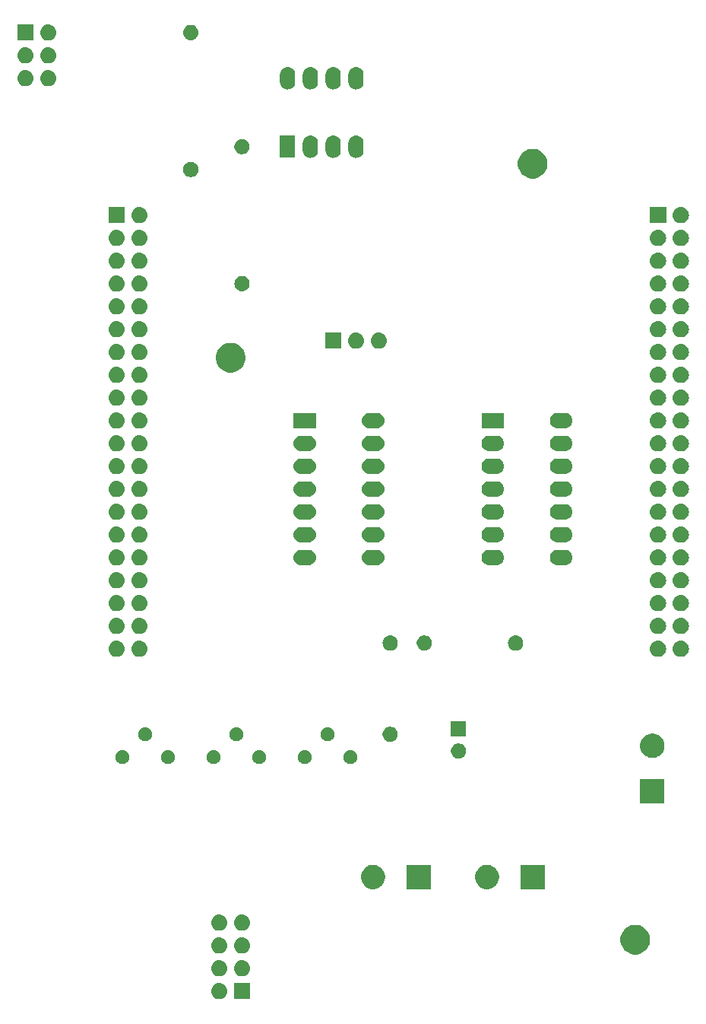
<source format=gbr>
%TF.GenerationSoftware,KiCad,Pcbnew,(5.0.1)-4*%
%TF.CreationDate,2021-10-01T09:14:40+02:00*%
%TF.ProjectId,carteDmx512,6361727465446D783531322E6B696361,rev?*%
%TF.SameCoordinates,Original*%
%TF.FileFunction,Soldermask,Top*%
%TF.FilePolarity,Negative*%
%FSLAX46Y46*%
G04 Gerber Fmt 4.6, Leading zero omitted, Abs format (unit mm)*
G04 Created by KiCad (PCBNEW (5.0.1)-4) date 01/10/2021 09:14:40*
%MOMM*%
%LPD*%
G01*
G04 APERTURE LIST*
%ADD10C,0.100000*%
G04 APERTURE END LIST*
D10*
G36*
X219975000Y-160920000D02*
X218175000Y-160920000D01*
X218175000Y-159120000D01*
X219975000Y-159120000D01*
X219975000Y-160920000D01*
X219975000Y-160920000D01*
G37*
G36*
X216711432Y-159133022D02*
X216881081Y-159184485D01*
X217037433Y-159268056D01*
X217174475Y-159380525D01*
X217286944Y-159517567D01*
X217370515Y-159673919D01*
X217421978Y-159843568D01*
X217439354Y-160020000D01*
X217421978Y-160196432D01*
X217370515Y-160366081D01*
X217286944Y-160522433D01*
X217174475Y-160659475D01*
X217037433Y-160771944D01*
X216881081Y-160855515D01*
X216711432Y-160906978D01*
X216579211Y-160920000D01*
X216490789Y-160920000D01*
X216358568Y-160906978D01*
X216188919Y-160855515D01*
X216032567Y-160771944D01*
X215895525Y-160659475D01*
X215783056Y-160522433D01*
X215699485Y-160366081D01*
X215648022Y-160196432D01*
X215630646Y-160020000D01*
X215648022Y-159843568D01*
X215699485Y-159673919D01*
X215783056Y-159517567D01*
X215895525Y-159380525D01*
X216032567Y-159268056D01*
X216188919Y-159184485D01*
X216358568Y-159133022D01*
X216490789Y-159120000D01*
X216579211Y-159120000D01*
X216711432Y-159133022D01*
X216711432Y-159133022D01*
G37*
G36*
X219251432Y-156593022D02*
X219421081Y-156644485D01*
X219577433Y-156728056D01*
X219714475Y-156840525D01*
X219826944Y-156977567D01*
X219910515Y-157133919D01*
X219961978Y-157303568D01*
X219979354Y-157480000D01*
X219961978Y-157656432D01*
X219910515Y-157826081D01*
X219826944Y-157982433D01*
X219714475Y-158119475D01*
X219577433Y-158231944D01*
X219421081Y-158315515D01*
X219251432Y-158366978D01*
X219119211Y-158380000D01*
X219030789Y-158380000D01*
X218898568Y-158366978D01*
X218728919Y-158315515D01*
X218572567Y-158231944D01*
X218435525Y-158119475D01*
X218323056Y-157982433D01*
X218239485Y-157826081D01*
X218188022Y-157656432D01*
X218170646Y-157480000D01*
X218188022Y-157303568D01*
X218239485Y-157133919D01*
X218323056Y-156977567D01*
X218435525Y-156840525D01*
X218572567Y-156728056D01*
X218728919Y-156644485D01*
X218898568Y-156593022D01*
X219030789Y-156580000D01*
X219119211Y-156580000D01*
X219251432Y-156593022D01*
X219251432Y-156593022D01*
G37*
G36*
X216711432Y-156593022D02*
X216881081Y-156644485D01*
X217037433Y-156728056D01*
X217174475Y-156840525D01*
X217286944Y-156977567D01*
X217370515Y-157133919D01*
X217421978Y-157303568D01*
X217439354Y-157480000D01*
X217421978Y-157656432D01*
X217370515Y-157826081D01*
X217286944Y-157982433D01*
X217174475Y-158119475D01*
X217037433Y-158231944D01*
X216881081Y-158315515D01*
X216711432Y-158366978D01*
X216579211Y-158380000D01*
X216490789Y-158380000D01*
X216358568Y-158366978D01*
X216188919Y-158315515D01*
X216032567Y-158231944D01*
X215895525Y-158119475D01*
X215783056Y-157982433D01*
X215699485Y-157826081D01*
X215648022Y-157656432D01*
X215630646Y-157480000D01*
X215648022Y-157303568D01*
X215699485Y-157133919D01*
X215783056Y-156977567D01*
X215895525Y-156840525D01*
X216032567Y-156728056D01*
X216188919Y-156644485D01*
X216358568Y-156593022D01*
X216490789Y-156580000D01*
X216579211Y-156580000D01*
X216711432Y-156593022D01*
X216711432Y-156593022D01*
G37*
G36*
X263371287Y-152718408D02*
X263671568Y-152842789D01*
X263941814Y-153023361D01*
X264171639Y-153253186D01*
X264352211Y-153523432D01*
X264476592Y-153823713D01*
X264540000Y-154142489D01*
X264540000Y-154467511D01*
X264476592Y-154786287D01*
X264352211Y-155086568D01*
X264171639Y-155356814D01*
X263941814Y-155586639D01*
X263671568Y-155767211D01*
X263371287Y-155891592D01*
X263052511Y-155955000D01*
X262727489Y-155955000D01*
X262408713Y-155891592D01*
X262108432Y-155767211D01*
X261838186Y-155586639D01*
X261608361Y-155356814D01*
X261427789Y-155086568D01*
X261303408Y-154786287D01*
X261240000Y-154467511D01*
X261240000Y-154142489D01*
X261303408Y-153823713D01*
X261427789Y-153523432D01*
X261608361Y-153253186D01*
X261838186Y-153023361D01*
X262108432Y-152842789D01*
X262408713Y-152718408D01*
X262727489Y-152655000D01*
X263052511Y-152655000D01*
X263371287Y-152718408D01*
X263371287Y-152718408D01*
G37*
G36*
X219251432Y-154053022D02*
X219421081Y-154104485D01*
X219577433Y-154188056D01*
X219714475Y-154300525D01*
X219826944Y-154437567D01*
X219910515Y-154593919D01*
X219961978Y-154763568D01*
X219979354Y-154940000D01*
X219961978Y-155116432D01*
X219910515Y-155286081D01*
X219826944Y-155442433D01*
X219714475Y-155579475D01*
X219577433Y-155691944D01*
X219421081Y-155775515D01*
X219251432Y-155826978D01*
X219119211Y-155840000D01*
X219030789Y-155840000D01*
X218898568Y-155826978D01*
X218728919Y-155775515D01*
X218572567Y-155691944D01*
X218435525Y-155579475D01*
X218323056Y-155442433D01*
X218239485Y-155286081D01*
X218188022Y-155116432D01*
X218170646Y-154940000D01*
X218188022Y-154763568D01*
X218239485Y-154593919D01*
X218323056Y-154437567D01*
X218435525Y-154300525D01*
X218572567Y-154188056D01*
X218728919Y-154104485D01*
X218898568Y-154053022D01*
X219030789Y-154040000D01*
X219119211Y-154040000D01*
X219251432Y-154053022D01*
X219251432Y-154053022D01*
G37*
G36*
X216711432Y-154053022D02*
X216881081Y-154104485D01*
X217037433Y-154188056D01*
X217174475Y-154300525D01*
X217286944Y-154437567D01*
X217370515Y-154593919D01*
X217421978Y-154763568D01*
X217439354Y-154940000D01*
X217421978Y-155116432D01*
X217370515Y-155286081D01*
X217286944Y-155442433D01*
X217174475Y-155579475D01*
X217037433Y-155691944D01*
X216881081Y-155775515D01*
X216711432Y-155826978D01*
X216579211Y-155840000D01*
X216490789Y-155840000D01*
X216358568Y-155826978D01*
X216188919Y-155775515D01*
X216032567Y-155691944D01*
X215895525Y-155579475D01*
X215783056Y-155442433D01*
X215699485Y-155286081D01*
X215648022Y-155116432D01*
X215630646Y-154940000D01*
X215648022Y-154763568D01*
X215699485Y-154593919D01*
X215783056Y-154437567D01*
X215895525Y-154300525D01*
X216032567Y-154188056D01*
X216188919Y-154104485D01*
X216358568Y-154053022D01*
X216490789Y-154040000D01*
X216579211Y-154040000D01*
X216711432Y-154053022D01*
X216711432Y-154053022D01*
G37*
G36*
X216711432Y-151513022D02*
X216881081Y-151564485D01*
X217037433Y-151648056D01*
X217174475Y-151760525D01*
X217286944Y-151897567D01*
X217370515Y-152053919D01*
X217421978Y-152223568D01*
X217439354Y-152400000D01*
X217421978Y-152576432D01*
X217370515Y-152746081D01*
X217286944Y-152902433D01*
X217174475Y-153039475D01*
X217037433Y-153151944D01*
X216881081Y-153235515D01*
X216711432Y-153286978D01*
X216579211Y-153300000D01*
X216490789Y-153300000D01*
X216358568Y-153286978D01*
X216188919Y-153235515D01*
X216032567Y-153151944D01*
X215895525Y-153039475D01*
X215783056Y-152902433D01*
X215699485Y-152746081D01*
X215648022Y-152576432D01*
X215630646Y-152400000D01*
X215648022Y-152223568D01*
X215699485Y-152053919D01*
X215783056Y-151897567D01*
X215895525Y-151760525D01*
X216032567Y-151648056D01*
X216188919Y-151564485D01*
X216358568Y-151513022D01*
X216490789Y-151500000D01*
X216579211Y-151500000D01*
X216711432Y-151513022D01*
X216711432Y-151513022D01*
G37*
G36*
X219251432Y-151513022D02*
X219421081Y-151564485D01*
X219577433Y-151648056D01*
X219714475Y-151760525D01*
X219826944Y-151897567D01*
X219910515Y-152053919D01*
X219961978Y-152223568D01*
X219979354Y-152400000D01*
X219961978Y-152576432D01*
X219910515Y-152746081D01*
X219826944Y-152902433D01*
X219714475Y-153039475D01*
X219577433Y-153151944D01*
X219421081Y-153235515D01*
X219251432Y-153286978D01*
X219119211Y-153300000D01*
X219030789Y-153300000D01*
X218898568Y-153286978D01*
X218728919Y-153235515D01*
X218572567Y-153151944D01*
X218435525Y-153039475D01*
X218323056Y-152902433D01*
X218239485Y-152746081D01*
X218188022Y-152576432D01*
X218170646Y-152400000D01*
X218188022Y-152223568D01*
X218239485Y-152053919D01*
X218323056Y-151897567D01*
X218435525Y-151760525D01*
X218572567Y-151648056D01*
X218728919Y-151564485D01*
X218898568Y-151513022D01*
X219030789Y-151500000D01*
X219119211Y-151500000D01*
X219251432Y-151513022D01*
X219251432Y-151513022D01*
G37*
G36*
X252810000Y-148670000D02*
X250110000Y-148670000D01*
X250110000Y-145970000D01*
X252810000Y-145970000D01*
X252810000Y-148670000D01*
X252810000Y-148670000D01*
G37*
G36*
X234073778Y-146021879D02*
X234319466Y-146123646D01*
X234540578Y-146271389D01*
X234728611Y-146459422D01*
X234876354Y-146680534D01*
X234978121Y-146926222D01*
X235030000Y-147187035D01*
X235030000Y-147452965D01*
X234978121Y-147713778D01*
X234876354Y-147959466D01*
X234728611Y-148180578D01*
X234540578Y-148368611D01*
X234319466Y-148516354D01*
X234073778Y-148618121D01*
X233812965Y-148670000D01*
X233547035Y-148670000D01*
X233286222Y-148618121D01*
X233040534Y-148516354D01*
X232819422Y-148368611D01*
X232631389Y-148180578D01*
X232483646Y-147959466D01*
X232381879Y-147713778D01*
X232330000Y-147452965D01*
X232330000Y-147187035D01*
X232381879Y-146926222D01*
X232483646Y-146680534D01*
X232631389Y-146459422D01*
X232819422Y-146271389D01*
X233040534Y-146123646D01*
X233286222Y-146021879D01*
X233547035Y-145970000D01*
X233812965Y-145970000D01*
X234073778Y-146021879D01*
X234073778Y-146021879D01*
G37*
G36*
X246773778Y-146021879D02*
X247019466Y-146123646D01*
X247240578Y-146271389D01*
X247428611Y-146459422D01*
X247576354Y-146680534D01*
X247678121Y-146926222D01*
X247730000Y-147187035D01*
X247730000Y-147452965D01*
X247678121Y-147713778D01*
X247576354Y-147959466D01*
X247428611Y-148180578D01*
X247240578Y-148368611D01*
X247019466Y-148516354D01*
X246773778Y-148618121D01*
X246512965Y-148670000D01*
X246247035Y-148670000D01*
X245986222Y-148618121D01*
X245740534Y-148516354D01*
X245519422Y-148368611D01*
X245331389Y-148180578D01*
X245183646Y-147959466D01*
X245081879Y-147713778D01*
X245030000Y-147452965D01*
X245030000Y-147187035D01*
X245081879Y-146926222D01*
X245183646Y-146680534D01*
X245331389Y-146459422D01*
X245519422Y-146271389D01*
X245740534Y-146123646D01*
X245986222Y-146021879D01*
X246247035Y-145970000D01*
X246512965Y-145970000D01*
X246773778Y-146021879D01*
X246773778Y-146021879D01*
G37*
G36*
X240110000Y-148670000D02*
X237410000Y-148670000D01*
X237410000Y-145970000D01*
X240110000Y-145970000D01*
X240110000Y-148670000D01*
X240110000Y-148670000D01*
G37*
G36*
X266145000Y-139145000D02*
X263445000Y-139145000D01*
X263445000Y-136445000D01*
X266145000Y-136445000D01*
X266145000Y-139145000D01*
X266145000Y-139145000D01*
G37*
G36*
X221204601Y-133244590D02*
X221344731Y-133302634D01*
X221470850Y-133386904D01*
X221578096Y-133494150D01*
X221662366Y-133620269D01*
X221720410Y-133760399D01*
X221750000Y-133909160D01*
X221750000Y-134060840D01*
X221720410Y-134209601D01*
X221662366Y-134349731D01*
X221578096Y-134475850D01*
X221470850Y-134583096D01*
X221344731Y-134667366D01*
X221204601Y-134725410D01*
X221055840Y-134755000D01*
X220904160Y-134755000D01*
X220755399Y-134725410D01*
X220615269Y-134667366D01*
X220489150Y-134583096D01*
X220381904Y-134475850D01*
X220297634Y-134349731D01*
X220239590Y-134209601D01*
X220210000Y-134060840D01*
X220210000Y-133909160D01*
X220239590Y-133760399D01*
X220297634Y-133620269D01*
X220381904Y-133494150D01*
X220489150Y-133386904D01*
X220615269Y-133302634D01*
X220755399Y-133244590D01*
X220904160Y-133215000D01*
X221055840Y-133215000D01*
X221204601Y-133244590D01*
X221204601Y-133244590D01*
G37*
G36*
X216124601Y-133244590D02*
X216264731Y-133302634D01*
X216390850Y-133386904D01*
X216498096Y-133494150D01*
X216582366Y-133620269D01*
X216640410Y-133760399D01*
X216670000Y-133909160D01*
X216670000Y-134060840D01*
X216640410Y-134209601D01*
X216582366Y-134349731D01*
X216498096Y-134475850D01*
X216390850Y-134583096D01*
X216264731Y-134667366D01*
X216124601Y-134725410D01*
X215975840Y-134755000D01*
X215824160Y-134755000D01*
X215675399Y-134725410D01*
X215535269Y-134667366D01*
X215409150Y-134583096D01*
X215301904Y-134475850D01*
X215217634Y-134349731D01*
X215159590Y-134209601D01*
X215130000Y-134060840D01*
X215130000Y-133909160D01*
X215159590Y-133760399D01*
X215217634Y-133620269D01*
X215301904Y-133494150D01*
X215409150Y-133386904D01*
X215535269Y-133302634D01*
X215675399Y-133244590D01*
X215824160Y-133215000D01*
X215975840Y-133215000D01*
X216124601Y-133244590D01*
X216124601Y-133244590D01*
G37*
G36*
X211044601Y-133244590D02*
X211184731Y-133302634D01*
X211310850Y-133386904D01*
X211418096Y-133494150D01*
X211502366Y-133620269D01*
X211560410Y-133760399D01*
X211590000Y-133909160D01*
X211590000Y-134060840D01*
X211560410Y-134209601D01*
X211502366Y-134349731D01*
X211418096Y-134475850D01*
X211310850Y-134583096D01*
X211184731Y-134667366D01*
X211044601Y-134725410D01*
X210895840Y-134755000D01*
X210744160Y-134755000D01*
X210595399Y-134725410D01*
X210455269Y-134667366D01*
X210329150Y-134583096D01*
X210221904Y-134475850D01*
X210137634Y-134349731D01*
X210079590Y-134209601D01*
X210050000Y-134060840D01*
X210050000Y-133909160D01*
X210079590Y-133760399D01*
X210137634Y-133620269D01*
X210221904Y-133494150D01*
X210329150Y-133386904D01*
X210455269Y-133302634D01*
X210595399Y-133244590D01*
X210744160Y-133215000D01*
X210895840Y-133215000D01*
X211044601Y-133244590D01*
X211044601Y-133244590D01*
G37*
G36*
X205964601Y-133244590D02*
X206104731Y-133302634D01*
X206230850Y-133386904D01*
X206338096Y-133494150D01*
X206422366Y-133620269D01*
X206480410Y-133760399D01*
X206510000Y-133909160D01*
X206510000Y-134060840D01*
X206480410Y-134209601D01*
X206422366Y-134349731D01*
X206338096Y-134475850D01*
X206230850Y-134583096D01*
X206104731Y-134667366D01*
X205964601Y-134725410D01*
X205815840Y-134755000D01*
X205664160Y-134755000D01*
X205515399Y-134725410D01*
X205375269Y-134667366D01*
X205249150Y-134583096D01*
X205141904Y-134475850D01*
X205057634Y-134349731D01*
X204999590Y-134209601D01*
X204970000Y-134060840D01*
X204970000Y-133909160D01*
X204999590Y-133760399D01*
X205057634Y-133620269D01*
X205141904Y-133494150D01*
X205249150Y-133386904D01*
X205375269Y-133302634D01*
X205515399Y-133244590D01*
X205664160Y-133215000D01*
X205815840Y-133215000D01*
X205964601Y-133244590D01*
X205964601Y-133244590D01*
G37*
G36*
X226284601Y-133244590D02*
X226424731Y-133302634D01*
X226550850Y-133386904D01*
X226658096Y-133494150D01*
X226742366Y-133620269D01*
X226800410Y-133760399D01*
X226830000Y-133909160D01*
X226830000Y-134060840D01*
X226800410Y-134209601D01*
X226742366Y-134349731D01*
X226658096Y-134475850D01*
X226550850Y-134583096D01*
X226424731Y-134667366D01*
X226284601Y-134725410D01*
X226135840Y-134755000D01*
X225984160Y-134755000D01*
X225835399Y-134725410D01*
X225695269Y-134667366D01*
X225569150Y-134583096D01*
X225461904Y-134475850D01*
X225377634Y-134349731D01*
X225319590Y-134209601D01*
X225290000Y-134060840D01*
X225290000Y-133909160D01*
X225319590Y-133760399D01*
X225377634Y-133620269D01*
X225461904Y-133494150D01*
X225569150Y-133386904D01*
X225695269Y-133302634D01*
X225835399Y-133244590D01*
X225984160Y-133215000D01*
X226135840Y-133215000D01*
X226284601Y-133244590D01*
X226284601Y-133244590D01*
G37*
G36*
X231364601Y-133244590D02*
X231504731Y-133302634D01*
X231630850Y-133386904D01*
X231738096Y-133494150D01*
X231822366Y-133620269D01*
X231880410Y-133760399D01*
X231910000Y-133909160D01*
X231910000Y-134060840D01*
X231880410Y-134209601D01*
X231822366Y-134349731D01*
X231738096Y-134475850D01*
X231630850Y-134583096D01*
X231504731Y-134667366D01*
X231364601Y-134725410D01*
X231215840Y-134755000D01*
X231064160Y-134755000D01*
X230915399Y-134725410D01*
X230775269Y-134667366D01*
X230649150Y-134583096D01*
X230541904Y-134475850D01*
X230457634Y-134349731D01*
X230399590Y-134209601D01*
X230370000Y-134060840D01*
X230370000Y-133909160D01*
X230399590Y-133760399D01*
X230457634Y-133620269D01*
X230541904Y-133494150D01*
X230649150Y-133386904D01*
X230775269Y-133302634D01*
X230915399Y-133244590D01*
X231064160Y-133215000D01*
X231215840Y-133215000D01*
X231364601Y-133244590D01*
X231364601Y-133244590D01*
G37*
G36*
X243452934Y-132492664D02*
X243607627Y-132556740D01*
X243746847Y-132649764D01*
X243865236Y-132768153D01*
X243958260Y-132907373D01*
X244022336Y-133062066D01*
X244055000Y-133226281D01*
X244055000Y-133393719D01*
X244022336Y-133557934D01*
X243958260Y-133712627D01*
X243865236Y-133851847D01*
X243746847Y-133970236D01*
X243607627Y-134063260D01*
X243452934Y-134127336D01*
X243288719Y-134160000D01*
X243121281Y-134160000D01*
X242957066Y-134127336D01*
X242802373Y-134063260D01*
X242663153Y-133970236D01*
X242544764Y-133851847D01*
X242451740Y-133712627D01*
X242387664Y-133557934D01*
X242355000Y-133393719D01*
X242355000Y-133226281D01*
X242387664Y-133062066D01*
X242451740Y-132907373D01*
X242544764Y-132768153D01*
X242663153Y-132649764D01*
X242802373Y-132556740D01*
X242957066Y-132492664D01*
X243121281Y-132460000D01*
X243288719Y-132460000D01*
X243452934Y-132492664D01*
X243452934Y-132492664D01*
G37*
G36*
X265188778Y-131416879D02*
X265434466Y-131518646D01*
X265655578Y-131666389D01*
X265843611Y-131854422D01*
X265991354Y-132075534D01*
X266093121Y-132321222D01*
X266145000Y-132582035D01*
X266145000Y-132847965D01*
X266093121Y-133108778D01*
X265991354Y-133354466D01*
X265843611Y-133575578D01*
X265655578Y-133763611D01*
X265434466Y-133911354D01*
X265188778Y-134013121D01*
X264927965Y-134065000D01*
X264662035Y-134065000D01*
X264401222Y-134013121D01*
X264155534Y-133911354D01*
X263934422Y-133763611D01*
X263746389Y-133575578D01*
X263598646Y-133354466D01*
X263496879Y-133108778D01*
X263445000Y-132847965D01*
X263445000Y-132582035D01*
X263496879Y-132321222D01*
X263598646Y-132075534D01*
X263746389Y-131854422D01*
X263934422Y-131666389D01*
X264155534Y-131518646D01*
X264401222Y-131416879D01*
X264662035Y-131365000D01*
X264927965Y-131365000D01*
X265188778Y-131416879D01*
X265188778Y-131416879D01*
G37*
G36*
X235832934Y-130627664D02*
X235987627Y-130691740D01*
X236126847Y-130784764D01*
X236245236Y-130903153D01*
X236338260Y-131042373D01*
X236402336Y-131197066D01*
X236435000Y-131361281D01*
X236435000Y-131528719D01*
X236402336Y-131692934D01*
X236338260Y-131847627D01*
X236245236Y-131986847D01*
X236126847Y-132105236D01*
X235987627Y-132198260D01*
X235832934Y-132262336D01*
X235668719Y-132295000D01*
X235501281Y-132295000D01*
X235337066Y-132262336D01*
X235182373Y-132198260D01*
X235043153Y-132105236D01*
X234924764Y-131986847D01*
X234831740Y-131847627D01*
X234767664Y-131692934D01*
X234735000Y-131528719D01*
X234735000Y-131361281D01*
X234767664Y-131197066D01*
X234831740Y-131042373D01*
X234924764Y-130903153D01*
X235043153Y-130784764D01*
X235182373Y-130691740D01*
X235337066Y-130627664D01*
X235501281Y-130595000D01*
X235668719Y-130595000D01*
X235832934Y-130627664D01*
X235832934Y-130627664D01*
G37*
G36*
X228824601Y-130704590D02*
X228964731Y-130762634D01*
X229090850Y-130846904D01*
X229198096Y-130954150D01*
X229282366Y-131080269D01*
X229340410Y-131220399D01*
X229370000Y-131369160D01*
X229370000Y-131520840D01*
X229340410Y-131669601D01*
X229282366Y-131809731D01*
X229198096Y-131935850D01*
X229090850Y-132043096D01*
X228964731Y-132127366D01*
X228824601Y-132185410D01*
X228675840Y-132215000D01*
X228524160Y-132215000D01*
X228375399Y-132185410D01*
X228235269Y-132127366D01*
X228109150Y-132043096D01*
X228001904Y-131935850D01*
X227917634Y-131809731D01*
X227859590Y-131669601D01*
X227830000Y-131520840D01*
X227830000Y-131369160D01*
X227859590Y-131220399D01*
X227917634Y-131080269D01*
X228001904Y-130954150D01*
X228109150Y-130846904D01*
X228235269Y-130762634D01*
X228375399Y-130704590D01*
X228524160Y-130675000D01*
X228675840Y-130675000D01*
X228824601Y-130704590D01*
X228824601Y-130704590D01*
G37*
G36*
X218664601Y-130704590D02*
X218804731Y-130762634D01*
X218930850Y-130846904D01*
X219038096Y-130954150D01*
X219122366Y-131080269D01*
X219180410Y-131220399D01*
X219210000Y-131369160D01*
X219210000Y-131520840D01*
X219180410Y-131669601D01*
X219122366Y-131809731D01*
X219038096Y-131935850D01*
X218930850Y-132043096D01*
X218804731Y-132127366D01*
X218664601Y-132185410D01*
X218515840Y-132215000D01*
X218364160Y-132215000D01*
X218215399Y-132185410D01*
X218075269Y-132127366D01*
X217949150Y-132043096D01*
X217841904Y-131935850D01*
X217757634Y-131809731D01*
X217699590Y-131669601D01*
X217670000Y-131520840D01*
X217670000Y-131369160D01*
X217699590Y-131220399D01*
X217757634Y-131080269D01*
X217841904Y-130954150D01*
X217949150Y-130846904D01*
X218075269Y-130762634D01*
X218215399Y-130704590D01*
X218364160Y-130675000D01*
X218515840Y-130675000D01*
X218664601Y-130704590D01*
X218664601Y-130704590D01*
G37*
G36*
X208504601Y-130704590D02*
X208644731Y-130762634D01*
X208770850Y-130846904D01*
X208878096Y-130954150D01*
X208962366Y-131080269D01*
X209020410Y-131220399D01*
X209050000Y-131369160D01*
X209050000Y-131520840D01*
X209020410Y-131669601D01*
X208962366Y-131809731D01*
X208878096Y-131935850D01*
X208770850Y-132043096D01*
X208644731Y-132127366D01*
X208504601Y-132185410D01*
X208355840Y-132215000D01*
X208204160Y-132215000D01*
X208055399Y-132185410D01*
X207915269Y-132127366D01*
X207789150Y-132043096D01*
X207681904Y-131935850D01*
X207597634Y-131809731D01*
X207539590Y-131669601D01*
X207510000Y-131520840D01*
X207510000Y-131369160D01*
X207539590Y-131220399D01*
X207597634Y-131080269D01*
X207681904Y-130954150D01*
X207789150Y-130846904D01*
X207915269Y-130762634D01*
X208055399Y-130704590D01*
X208204160Y-130675000D01*
X208355840Y-130675000D01*
X208504601Y-130704590D01*
X208504601Y-130704590D01*
G37*
G36*
X244055000Y-131660000D02*
X242355000Y-131660000D01*
X242355000Y-129960000D01*
X244055000Y-129960000D01*
X244055000Y-131660000D01*
X244055000Y-131660000D01*
G37*
G36*
X268146432Y-121033022D02*
X268316081Y-121084485D01*
X268472433Y-121168056D01*
X268609475Y-121280525D01*
X268721944Y-121417567D01*
X268805515Y-121573919D01*
X268856978Y-121743568D01*
X268874354Y-121920000D01*
X268856978Y-122096432D01*
X268805515Y-122266081D01*
X268721944Y-122422433D01*
X268609475Y-122559475D01*
X268472433Y-122671944D01*
X268316081Y-122755515D01*
X268146432Y-122806978D01*
X268014211Y-122820000D01*
X267925789Y-122820000D01*
X267793568Y-122806978D01*
X267623919Y-122755515D01*
X267467567Y-122671944D01*
X267330525Y-122559475D01*
X267218056Y-122422433D01*
X267134485Y-122266081D01*
X267083022Y-122096432D01*
X267065646Y-121920000D01*
X267083022Y-121743568D01*
X267134485Y-121573919D01*
X267218056Y-121417567D01*
X267330525Y-121280525D01*
X267467567Y-121168056D01*
X267623919Y-121084485D01*
X267793568Y-121033022D01*
X267925789Y-121020000D01*
X268014211Y-121020000D01*
X268146432Y-121033022D01*
X268146432Y-121033022D01*
G37*
G36*
X205281432Y-121033022D02*
X205451081Y-121084485D01*
X205607433Y-121168056D01*
X205744475Y-121280525D01*
X205856944Y-121417567D01*
X205940515Y-121573919D01*
X205991978Y-121743568D01*
X206009354Y-121920000D01*
X205991978Y-122096432D01*
X205940515Y-122266081D01*
X205856944Y-122422433D01*
X205744475Y-122559475D01*
X205607433Y-122671944D01*
X205451081Y-122755515D01*
X205281432Y-122806978D01*
X205149211Y-122820000D01*
X205060789Y-122820000D01*
X204928568Y-122806978D01*
X204758919Y-122755515D01*
X204602567Y-122671944D01*
X204465525Y-122559475D01*
X204353056Y-122422433D01*
X204269485Y-122266081D01*
X204218022Y-122096432D01*
X204200646Y-121920000D01*
X204218022Y-121743568D01*
X204269485Y-121573919D01*
X204353056Y-121417567D01*
X204465525Y-121280525D01*
X204602567Y-121168056D01*
X204758919Y-121084485D01*
X204928568Y-121033022D01*
X205060789Y-121020000D01*
X205149211Y-121020000D01*
X205281432Y-121033022D01*
X205281432Y-121033022D01*
G37*
G36*
X207821432Y-121033022D02*
X207991081Y-121084485D01*
X208147433Y-121168056D01*
X208284475Y-121280525D01*
X208396944Y-121417567D01*
X208480515Y-121573919D01*
X208531978Y-121743568D01*
X208549354Y-121920000D01*
X208531978Y-122096432D01*
X208480515Y-122266081D01*
X208396944Y-122422433D01*
X208284475Y-122559475D01*
X208147433Y-122671944D01*
X207991081Y-122755515D01*
X207821432Y-122806978D01*
X207689211Y-122820000D01*
X207600789Y-122820000D01*
X207468568Y-122806978D01*
X207298919Y-122755515D01*
X207142567Y-122671944D01*
X207005525Y-122559475D01*
X206893056Y-122422433D01*
X206809485Y-122266081D01*
X206758022Y-122096432D01*
X206740646Y-121920000D01*
X206758022Y-121743568D01*
X206809485Y-121573919D01*
X206893056Y-121417567D01*
X207005525Y-121280525D01*
X207142567Y-121168056D01*
X207298919Y-121084485D01*
X207468568Y-121033022D01*
X207600789Y-121020000D01*
X207689211Y-121020000D01*
X207821432Y-121033022D01*
X207821432Y-121033022D01*
G37*
G36*
X265606432Y-121033022D02*
X265776081Y-121084485D01*
X265932433Y-121168056D01*
X266069475Y-121280525D01*
X266181944Y-121417567D01*
X266265515Y-121573919D01*
X266316978Y-121743568D01*
X266334354Y-121920000D01*
X266316978Y-122096432D01*
X266265515Y-122266081D01*
X266181944Y-122422433D01*
X266069475Y-122559475D01*
X265932433Y-122671944D01*
X265776081Y-122755515D01*
X265606432Y-122806978D01*
X265474211Y-122820000D01*
X265385789Y-122820000D01*
X265253568Y-122806978D01*
X265083919Y-122755515D01*
X264927567Y-122671944D01*
X264790525Y-122559475D01*
X264678056Y-122422433D01*
X264594485Y-122266081D01*
X264543022Y-122096432D01*
X264525646Y-121920000D01*
X264543022Y-121743568D01*
X264594485Y-121573919D01*
X264678056Y-121417567D01*
X264790525Y-121280525D01*
X264927567Y-121168056D01*
X265083919Y-121084485D01*
X265253568Y-121033022D01*
X265385789Y-121020000D01*
X265474211Y-121020000D01*
X265606432Y-121033022D01*
X265606432Y-121033022D01*
G37*
G36*
X235751630Y-120447299D02*
X235911855Y-120495903D01*
X236059520Y-120574831D01*
X236188949Y-120681051D01*
X236295169Y-120810480D01*
X236374097Y-120958145D01*
X236422701Y-121118370D01*
X236439112Y-121285000D01*
X236422701Y-121451630D01*
X236374097Y-121611855D01*
X236295169Y-121759520D01*
X236188949Y-121888949D01*
X236059520Y-121995169D01*
X235911855Y-122074097D01*
X235751630Y-122122701D01*
X235626752Y-122135000D01*
X235543248Y-122135000D01*
X235418370Y-122122701D01*
X235258145Y-122074097D01*
X235110480Y-121995169D01*
X234981051Y-121888949D01*
X234874831Y-121759520D01*
X234795903Y-121611855D01*
X234747299Y-121451630D01*
X234730888Y-121285000D01*
X234747299Y-121118370D01*
X234795903Y-120958145D01*
X234874831Y-120810480D01*
X234981051Y-120681051D01*
X235110480Y-120574831D01*
X235258145Y-120495903D01*
X235418370Y-120447299D01*
X235543248Y-120435000D01*
X235626752Y-120435000D01*
X235751630Y-120447299D01*
X235751630Y-120447299D01*
G37*
G36*
X249721630Y-120447299D02*
X249881855Y-120495903D01*
X250029520Y-120574831D01*
X250158949Y-120681051D01*
X250265169Y-120810480D01*
X250344097Y-120958145D01*
X250392701Y-121118370D01*
X250409112Y-121285000D01*
X250392701Y-121451630D01*
X250344097Y-121611855D01*
X250265169Y-121759520D01*
X250158949Y-121888949D01*
X250029520Y-121995169D01*
X249881855Y-122074097D01*
X249721630Y-122122701D01*
X249596752Y-122135000D01*
X249513248Y-122135000D01*
X249388370Y-122122701D01*
X249228145Y-122074097D01*
X249080480Y-121995169D01*
X248951051Y-121888949D01*
X248844831Y-121759520D01*
X248765903Y-121611855D01*
X248717299Y-121451630D01*
X248700888Y-121285000D01*
X248717299Y-121118370D01*
X248765903Y-120958145D01*
X248844831Y-120810480D01*
X248951051Y-120681051D01*
X249080480Y-120574831D01*
X249228145Y-120495903D01*
X249388370Y-120447299D01*
X249513248Y-120435000D01*
X249596752Y-120435000D01*
X249721630Y-120447299D01*
X249721630Y-120447299D01*
G37*
G36*
X239642934Y-120467664D02*
X239797627Y-120531740D01*
X239936847Y-120624764D01*
X240055236Y-120743153D01*
X240148260Y-120882373D01*
X240212336Y-121037066D01*
X240245000Y-121201281D01*
X240245000Y-121368719D01*
X240212336Y-121532934D01*
X240148260Y-121687627D01*
X240055236Y-121826847D01*
X239936847Y-121945236D01*
X239797627Y-122038260D01*
X239642934Y-122102336D01*
X239478719Y-122135000D01*
X239311281Y-122135000D01*
X239147066Y-122102336D01*
X238992373Y-122038260D01*
X238853153Y-121945236D01*
X238734764Y-121826847D01*
X238641740Y-121687627D01*
X238577664Y-121532934D01*
X238545000Y-121368719D01*
X238545000Y-121201281D01*
X238577664Y-121037066D01*
X238641740Y-120882373D01*
X238734764Y-120743153D01*
X238853153Y-120624764D01*
X238992373Y-120531740D01*
X239147066Y-120467664D01*
X239311281Y-120435000D01*
X239478719Y-120435000D01*
X239642934Y-120467664D01*
X239642934Y-120467664D01*
G37*
G36*
X205281432Y-118493022D02*
X205451081Y-118544485D01*
X205607433Y-118628056D01*
X205744475Y-118740525D01*
X205856944Y-118877567D01*
X205940515Y-119033919D01*
X205991978Y-119203568D01*
X206009354Y-119380000D01*
X205991978Y-119556432D01*
X205940515Y-119726081D01*
X205856944Y-119882433D01*
X205744475Y-120019475D01*
X205607433Y-120131944D01*
X205451081Y-120215515D01*
X205281432Y-120266978D01*
X205149211Y-120280000D01*
X205060789Y-120280000D01*
X204928568Y-120266978D01*
X204758919Y-120215515D01*
X204602567Y-120131944D01*
X204465525Y-120019475D01*
X204353056Y-119882433D01*
X204269485Y-119726081D01*
X204218022Y-119556432D01*
X204200646Y-119380000D01*
X204218022Y-119203568D01*
X204269485Y-119033919D01*
X204353056Y-118877567D01*
X204465525Y-118740525D01*
X204602567Y-118628056D01*
X204758919Y-118544485D01*
X204928568Y-118493022D01*
X205060789Y-118480000D01*
X205149211Y-118480000D01*
X205281432Y-118493022D01*
X205281432Y-118493022D01*
G37*
G36*
X207821432Y-118493022D02*
X207991081Y-118544485D01*
X208147433Y-118628056D01*
X208284475Y-118740525D01*
X208396944Y-118877567D01*
X208480515Y-119033919D01*
X208531978Y-119203568D01*
X208549354Y-119380000D01*
X208531978Y-119556432D01*
X208480515Y-119726081D01*
X208396944Y-119882433D01*
X208284475Y-120019475D01*
X208147433Y-120131944D01*
X207991081Y-120215515D01*
X207821432Y-120266978D01*
X207689211Y-120280000D01*
X207600789Y-120280000D01*
X207468568Y-120266978D01*
X207298919Y-120215515D01*
X207142567Y-120131944D01*
X207005525Y-120019475D01*
X206893056Y-119882433D01*
X206809485Y-119726081D01*
X206758022Y-119556432D01*
X206740646Y-119380000D01*
X206758022Y-119203568D01*
X206809485Y-119033919D01*
X206893056Y-118877567D01*
X207005525Y-118740525D01*
X207142567Y-118628056D01*
X207298919Y-118544485D01*
X207468568Y-118493022D01*
X207600789Y-118480000D01*
X207689211Y-118480000D01*
X207821432Y-118493022D01*
X207821432Y-118493022D01*
G37*
G36*
X265606432Y-118493022D02*
X265776081Y-118544485D01*
X265932433Y-118628056D01*
X266069475Y-118740525D01*
X266181944Y-118877567D01*
X266265515Y-119033919D01*
X266316978Y-119203568D01*
X266334354Y-119380000D01*
X266316978Y-119556432D01*
X266265515Y-119726081D01*
X266181944Y-119882433D01*
X266069475Y-120019475D01*
X265932433Y-120131944D01*
X265776081Y-120215515D01*
X265606432Y-120266978D01*
X265474211Y-120280000D01*
X265385789Y-120280000D01*
X265253568Y-120266978D01*
X265083919Y-120215515D01*
X264927567Y-120131944D01*
X264790525Y-120019475D01*
X264678056Y-119882433D01*
X264594485Y-119726081D01*
X264543022Y-119556432D01*
X264525646Y-119380000D01*
X264543022Y-119203568D01*
X264594485Y-119033919D01*
X264678056Y-118877567D01*
X264790525Y-118740525D01*
X264927567Y-118628056D01*
X265083919Y-118544485D01*
X265253568Y-118493022D01*
X265385789Y-118480000D01*
X265474211Y-118480000D01*
X265606432Y-118493022D01*
X265606432Y-118493022D01*
G37*
G36*
X268146432Y-118493022D02*
X268316081Y-118544485D01*
X268472433Y-118628056D01*
X268609475Y-118740525D01*
X268721944Y-118877567D01*
X268805515Y-119033919D01*
X268856978Y-119203568D01*
X268874354Y-119380000D01*
X268856978Y-119556432D01*
X268805515Y-119726081D01*
X268721944Y-119882433D01*
X268609475Y-120019475D01*
X268472433Y-120131944D01*
X268316081Y-120215515D01*
X268146432Y-120266978D01*
X268014211Y-120280000D01*
X267925789Y-120280000D01*
X267793568Y-120266978D01*
X267623919Y-120215515D01*
X267467567Y-120131944D01*
X267330525Y-120019475D01*
X267218056Y-119882433D01*
X267134485Y-119726081D01*
X267083022Y-119556432D01*
X267065646Y-119380000D01*
X267083022Y-119203568D01*
X267134485Y-119033919D01*
X267218056Y-118877567D01*
X267330525Y-118740525D01*
X267467567Y-118628056D01*
X267623919Y-118544485D01*
X267793568Y-118493022D01*
X267925789Y-118480000D01*
X268014211Y-118480000D01*
X268146432Y-118493022D01*
X268146432Y-118493022D01*
G37*
G36*
X207821432Y-115953022D02*
X207991081Y-116004485D01*
X208147433Y-116088056D01*
X208284475Y-116200525D01*
X208396944Y-116337567D01*
X208480515Y-116493919D01*
X208531978Y-116663568D01*
X208549354Y-116840000D01*
X208531978Y-117016432D01*
X208480515Y-117186081D01*
X208396944Y-117342433D01*
X208284475Y-117479475D01*
X208147433Y-117591944D01*
X207991081Y-117675515D01*
X207821432Y-117726978D01*
X207689211Y-117740000D01*
X207600789Y-117740000D01*
X207468568Y-117726978D01*
X207298919Y-117675515D01*
X207142567Y-117591944D01*
X207005525Y-117479475D01*
X206893056Y-117342433D01*
X206809485Y-117186081D01*
X206758022Y-117016432D01*
X206740646Y-116840000D01*
X206758022Y-116663568D01*
X206809485Y-116493919D01*
X206893056Y-116337567D01*
X207005525Y-116200525D01*
X207142567Y-116088056D01*
X207298919Y-116004485D01*
X207468568Y-115953022D01*
X207600789Y-115940000D01*
X207689211Y-115940000D01*
X207821432Y-115953022D01*
X207821432Y-115953022D01*
G37*
G36*
X268146432Y-115953022D02*
X268316081Y-116004485D01*
X268472433Y-116088056D01*
X268609475Y-116200525D01*
X268721944Y-116337567D01*
X268805515Y-116493919D01*
X268856978Y-116663568D01*
X268874354Y-116840000D01*
X268856978Y-117016432D01*
X268805515Y-117186081D01*
X268721944Y-117342433D01*
X268609475Y-117479475D01*
X268472433Y-117591944D01*
X268316081Y-117675515D01*
X268146432Y-117726978D01*
X268014211Y-117740000D01*
X267925789Y-117740000D01*
X267793568Y-117726978D01*
X267623919Y-117675515D01*
X267467567Y-117591944D01*
X267330525Y-117479475D01*
X267218056Y-117342433D01*
X267134485Y-117186081D01*
X267083022Y-117016432D01*
X267065646Y-116840000D01*
X267083022Y-116663568D01*
X267134485Y-116493919D01*
X267218056Y-116337567D01*
X267330525Y-116200525D01*
X267467567Y-116088056D01*
X267623919Y-116004485D01*
X267793568Y-115953022D01*
X267925789Y-115940000D01*
X268014211Y-115940000D01*
X268146432Y-115953022D01*
X268146432Y-115953022D01*
G37*
G36*
X205281432Y-115953022D02*
X205451081Y-116004485D01*
X205607433Y-116088056D01*
X205744475Y-116200525D01*
X205856944Y-116337567D01*
X205940515Y-116493919D01*
X205991978Y-116663568D01*
X206009354Y-116840000D01*
X205991978Y-117016432D01*
X205940515Y-117186081D01*
X205856944Y-117342433D01*
X205744475Y-117479475D01*
X205607433Y-117591944D01*
X205451081Y-117675515D01*
X205281432Y-117726978D01*
X205149211Y-117740000D01*
X205060789Y-117740000D01*
X204928568Y-117726978D01*
X204758919Y-117675515D01*
X204602567Y-117591944D01*
X204465525Y-117479475D01*
X204353056Y-117342433D01*
X204269485Y-117186081D01*
X204218022Y-117016432D01*
X204200646Y-116840000D01*
X204218022Y-116663568D01*
X204269485Y-116493919D01*
X204353056Y-116337567D01*
X204465525Y-116200525D01*
X204602567Y-116088056D01*
X204758919Y-116004485D01*
X204928568Y-115953022D01*
X205060789Y-115940000D01*
X205149211Y-115940000D01*
X205281432Y-115953022D01*
X205281432Y-115953022D01*
G37*
G36*
X265606432Y-115953022D02*
X265776081Y-116004485D01*
X265932433Y-116088056D01*
X266069475Y-116200525D01*
X266181944Y-116337567D01*
X266265515Y-116493919D01*
X266316978Y-116663568D01*
X266334354Y-116840000D01*
X266316978Y-117016432D01*
X266265515Y-117186081D01*
X266181944Y-117342433D01*
X266069475Y-117479475D01*
X265932433Y-117591944D01*
X265776081Y-117675515D01*
X265606432Y-117726978D01*
X265474211Y-117740000D01*
X265385789Y-117740000D01*
X265253568Y-117726978D01*
X265083919Y-117675515D01*
X264927567Y-117591944D01*
X264790525Y-117479475D01*
X264678056Y-117342433D01*
X264594485Y-117186081D01*
X264543022Y-117016432D01*
X264525646Y-116840000D01*
X264543022Y-116663568D01*
X264594485Y-116493919D01*
X264678056Y-116337567D01*
X264790525Y-116200525D01*
X264927567Y-116088056D01*
X265083919Y-116004485D01*
X265253568Y-115953022D01*
X265385789Y-115940000D01*
X265474211Y-115940000D01*
X265606432Y-115953022D01*
X265606432Y-115953022D01*
G37*
G36*
X268146432Y-113413022D02*
X268316081Y-113464485D01*
X268472433Y-113548056D01*
X268609475Y-113660525D01*
X268721944Y-113797567D01*
X268805515Y-113953919D01*
X268856978Y-114123568D01*
X268874354Y-114300000D01*
X268856978Y-114476432D01*
X268805515Y-114646081D01*
X268721944Y-114802433D01*
X268609475Y-114939475D01*
X268472433Y-115051944D01*
X268316081Y-115135515D01*
X268146432Y-115186978D01*
X268014211Y-115200000D01*
X267925789Y-115200000D01*
X267793568Y-115186978D01*
X267623919Y-115135515D01*
X267467567Y-115051944D01*
X267330525Y-114939475D01*
X267218056Y-114802433D01*
X267134485Y-114646081D01*
X267083022Y-114476432D01*
X267065646Y-114300000D01*
X267083022Y-114123568D01*
X267134485Y-113953919D01*
X267218056Y-113797567D01*
X267330525Y-113660525D01*
X267467567Y-113548056D01*
X267623919Y-113464485D01*
X267793568Y-113413022D01*
X267925789Y-113400000D01*
X268014211Y-113400000D01*
X268146432Y-113413022D01*
X268146432Y-113413022D01*
G37*
G36*
X207821432Y-113413022D02*
X207991081Y-113464485D01*
X208147433Y-113548056D01*
X208284475Y-113660525D01*
X208396944Y-113797567D01*
X208480515Y-113953919D01*
X208531978Y-114123568D01*
X208549354Y-114300000D01*
X208531978Y-114476432D01*
X208480515Y-114646081D01*
X208396944Y-114802433D01*
X208284475Y-114939475D01*
X208147433Y-115051944D01*
X207991081Y-115135515D01*
X207821432Y-115186978D01*
X207689211Y-115200000D01*
X207600789Y-115200000D01*
X207468568Y-115186978D01*
X207298919Y-115135515D01*
X207142567Y-115051944D01*
X207005525Y-114939475D01*
X206893056Y-114802433D01*
X206809485Y-114646081D01*
X206758022Y-114476432D01*
X206740646Y-114300000D01*
X206758022Y-114123568D01*
X206809485Y-113953919D01*
X206893056Y-113797567D01*
X207005525Y-113660525D01*
X207142567Y-113548056D01*
X207298919Y-113464485D01*
X207468568Y-113413022D01*
X207600789Y-113400000D01*
X207689211Y-113400000D01*
X207821432Y-113413022D01*
X207821432Y-113413022D01*
G37*
G36*
X205281432Y-113413022D02*
X205451081Y-113464485D01*
X205607433Y-113548056D01*
X205744475Y-113660525D01*
X205856944Y-113797567D01*
X205940515Y-113953919D01*
X205991978Y-114123568D01*
X206009354Y-114300000D01*
X205991978Y-114476432D01*
X205940515Y-114646081D01*
X205856944Y-114802433D01*
X205744475Y-114939475D01*
X205607433Y-115051944D01*
X205451081Y-115135515D01*
X205281432Y-115186978D01*
X205149211Y-115200000D01*
X205060789Y-115200000D01*
X204928568Y-115186978D01*
X204758919Y-115135515D01*
X204602567Y-115051944D01*
X204465525Y-114939475D01*
X204353056Y-114802433D01*
X204269485Y-114646081D01*
X204218022Y-114476432D01*
X204200646Y-114300000D01*
X204218022Y-114123568D01*
X204269485Y-113953919D01*
X204353056Y-113797567D01*
X204465525Y-113660525D01*
X204602567Y-113548056D01*
X204758919Y-113464485D01*
X204928568Y-113413022D01*
X205060789Y-113400000D01*
X205149211Y-113400000D01*
X205281432Y-113413022D01*
X205281432Y-113413022D01*
G37*
G36*
X265606432Y-113413022D02*
X265776081Y-113464485D01*
X265932433Y-113548056D01*
X266069475Y-113660525D01*
X266181944Y-113797567D01*
X266265515Y-113953919D01*
X266316978Y-114123568D01*
X266334354Y-114300000D01*
X266316978Y-114476432D01*
X266265515Y-114646081D01*
X266181944Y-114802433D01*
X266069475Y-114939475D01*
X265932433Y-115051944D01*
X265776081Y-115135515D01*
X265606432Y-115186978D01*
X265474211Y-115200000D01*
X265385789Y-115200000D01*
X265253568Y-115186978D01*
X265083919Y-115135515D01*
X264927567Y-115051944D01*
X264790525Y-114939475D01*
X264678056Y-114802433D01*
X264594485Y-114646081D01*
X264543022Y-114476432D01*
X264525646Y-114300000D01*
X264543022Y-114123568D01*
X264594485Y-113953919D01*
X264678056Y-113797567D01*
X264790525Y-113660525D01*
X264927567Y-113548056D01*
X265083919Y-113464485D01*
X265253568Y-113413022D01*
X265385789Y-113400000D01*
X265474211Y-113400000D01*
X265606432Y-113413022D01*
X265606432Y-113413022D01*
G37*
G36*
X268146432Y-110873022D02*
X268316081Y-110924485D01*
X268472433Y-111008056D01*
X268609475Y-111120525D01*
X268721944Y-111257567D01*
X268805515Y-111413919D01*
X268856978Y-111583568D01*
X268874354Y-111760000D01*
X268856978Y-111936432D01*
X268805515Y-112106081D01*
X268721944Y-112262433D01*
X268609475Y-112399475D01*
X268472433Y-112511944D01*
X268316081Y-112595515D01*
X268146432Y-112646978D01*
X268014211Y-112660000D01*
X267925789Y-112660000D01*
X267793568Y-112646978D01*
X267623919Y-112595515D01*
X267467567Y-112511944D01*
X267330525Y-112399475D01*
X267218056Y-112262433D01*
X267134485Y-112106081D01*
X267083022Y-111936432D01*
X267065646Y-111760000D01*
X267083022Y-111583568D01*
X267134485Y-111413919D01*
X267218056Y-111257567D01*
X267330525Y-111120525D01*
X267467567Y-111008056D01*
X267623919Y-110924485D01*
X267793568Y-110873022D01*
X267925789Y-110860000D01*
X268014211Y-110860000D01*
X268146432Y-110873022D01*
X268146432Y-110873022D01*
G37*
G36*
X265606432Y-110873022D02*
X265776081Y-110924485D01*
X265932433Y-111008056D01*
X266069475Y-111120525D01*
X266181944Y-111257567D01*
X266265515Y-111413919D01*
X266316978Y-111583568D01*
X266334354Y-111760000D01*
X266316978Y-111936432D01*
X266265515Y-112106081D01*
X266181944Y-112262433D01*
X266069475Y-112399475D01*
X265932433Y-112511944D01*
X265776081Y-112595515D01*
X265606432Y-112646978D01*
X265474211Y-112660000D01*
X265385789Y-112660000D01*
X265253568Y-112646978D01*
X265083919Y-112595515D01*
X264927567Y-112511944D01*
X264790525Y-112399475D01*
X264678056Y-112262433D01*
X264594485Y-112106081D01*
X264543022Y-111936432D01*
X264525646Y-111760000D01*
X264543022Y-111583568D01*
X264594485Y-111413919D01*
X264678056Y-111257567D01*
X264790525Y-111120525D01*
X264927567Y-111008056D01*
X265083919Y-110924485D01*
X265253568Y-110873022D01*
X265385789Y-110860000D01*
X265474211Y-110860000D01*
X265606432Y-110873022D01*
X265606432Y-110873022D01*
G37*
G36*
X207821432Y-110873022D02*
X207991081Y-110924485D01*
X208147433Y-111008056D01*
X208284475Y-111120525D01*
X208396944Y-111257567D01*
X208480515Y-111413919D01*
X208531978Y-111583568D01*
X208549354Y-111760000D01*
X208531978Y-111936432D01*
X208480515Y-112106081D01*
X208396944Y-112262433D01*
X208284475Y-112399475D01*
X208147433Y-112511944D01*
X207991081Y-112595515D01*
X207821432Y-112646978D01*
X207689211Y-112660000D01*
X207600789Y-112660000D01*
X207468568Y-112646978D01*
X207298919Y-112595515D01*
X207142567Y-112511944D01*
X207005525Y-112399475D01*
X206893056Y-112262433D01*
X206809485Y-112106081D01*
X206758022Y-111936432D01*
X206740646Y-111760000D01*
X206758022Y-111583568D01*
X206809485Y-111413919D01*
X206893056Y-111257567D01*
X207005525Y-111120525D01*
X207142567Y-111008056D01*
X207298919Y-110924485D01*
X207468568Y-110873022D01*
X207600789Y-110860000D01*
X207689211Y-110860000D01*
X207821432Y-110873022D01*
X207821432Y-110873022D01*
G37*
G36*
X205281432Y-110873022D02*
X205451081Y-110924485D01*
X205607433Y-111008056D01*
X205744475Y-111120525D01*
X205856944Y-111257567D01*
X205940515Y-111413919D01*
X205991978Y-111583568D01*
X206009354Y-111760000D01*
X205991978Y-111936432D01*
X205940515Y-112106081D01*
X205856944Y-112262433D01*
X205744475Y-112399475D01*
X205607433Y-112511944D01*
X205451081Y-112595515D01*
X205281432Y-112646978D01*
X205149211Y-112660000D01*
X205060789Y-112660000D01*
X204928568Y-112646978D01*
X204758919Y-112595515D01*
X204602567Y-112511944D01*
X204465525Y-112399475D01*
X204353056Y-112262433D01*
X204269485Y-112106081D01*
X204218022Y-111936432D01*
X204200646Y-111760000D01*
X204218022Y-111583568D01*
X204269485Y-111413919D01*
X204353056Y-111257567D01*
X204465525Y-111120525D01*
X204602567Y-111008056D01*
X204758919Y-110924485D01*
X204928568Y-110873022D01*
X205060789Y-110860000D01*
X205149211Y-110860000D01*
X205281432Y-110873022D01*
X205281432Y-110873022D01*
G37*
G36*
X226626630Y-110922299D02*
X226786855Y-110970903D01*
X226934520Y-111049831D01*
X227063949Y-111156051D01*
X227170169Y-111285480D01*
X227249097Y-111433145D01*
X227297701Y-111593370D01*
X227314112Y-111760000D01*
X227297701Y-111926630D01*
X227249097Y-112086855D01*
X227170169Y-112234520D01*
X227063949Y-112363949D01*
X226934520Y-112470169D01*
X226786855Y-112549097D01*
X226626630Y-112597701D01*
X226501752Y-112610000D01*
X225618248Y-112610000D01*
X225493370Y-112597701D01*
X225333145Y-112549097D01*
X225185480Y-112470169D01*
X225056051Y-112363949D01*
X224949831Y-112234520D01*
X224870903Y-112086855D01*
X224822299Y-111926630D01*
X224805888Y-111760000D01*
X224822299Y-111593370D01*
X224870903Y-111433145D01*
X224949831Y-111285480D01*
X225056051Y-111156051D01*
X225185480Y-111049831D01*
X225333145Y-110970903D01*
X225493370Y-110922299D01*
X225618248Y-110910000D01*
X226501752Y-110910000D01*
X226626630Y-110922299D01*
X226626630Y-110922299D01*
G37*
G36*
X234246630Y-110922299D02*
X234406855Y-110970903D01*
X234554520Y-111049831D01*
X234683949Y-111156051D01*
X234790169Y-111285480D01*
X234869097Y-111433145D01*
X234917701Y-111593370D01*
X234934112Y-111760000D01*
X234917701Y-111926630D01*
X234869097Y-112086855D01*
X234790169Y-112234520D01*
X234683949Y-112363949D01*
X234554520Y-112470169D01*
X234406855Y-112549097D01*
X234246630Y-112597701D01*
X234121752Y-112610000D01*
X233238248Y-112610000D01*
X233113370Y-112597701D01*
X232953145Y-112549097D01*
X232805480Y-112470169D01*
X232676051Y-112363949D01*
X232569831Y-112234520D01*
X232490903Y-112086855D01*
X232442299Y-111926630D01*
X232425888Y-111760000D01*
X232442299Y-111593370D01*
X232490903Y-111433145D01*
X232569831Y-111285480D01*
X232676051Y-111156051D01*
X232805480Y-111049831D01*
X232953145Y-110970903D01*
X233113370Y-110922299D01*
X233238248Y-110910000D01*
X234121752Y-110910000D01*
X234246630Y-110922299D01*
X234246630Y-110922299D01*
G37*
G36*
X247581630Y-110922299D02*
X247741855Y-110970903D01*
X247889520Y-111049831D01*
X248018949Y-111156051D01*
X248125169Y-111285480D01*
X248204097Y-111433145D01*
X248252701Y-111593370D01*
X248269112Y-111760000D01*
X248252701Y-111926630D01*
X248204097Y-112086855D01*
X248125169Y-112234520D01*
X248018949Y-112363949D01*
X247889520Y-112470169D01*
X247741855Y-112549097D01*
X247581630Y-112597701D01*
X247456752Y-112610000D01*
X246573248Y-112610000D01*
X246448370Y-112597701D01*
X246288145Y-112549097D01*
X246140480Y-112470169D01*
X246011051Y-112363949D01*
X245904831Y-112234520D01*
X245825903Y-112086855D01*
X245777299Y-111926630D01*
X245760888Y-111760000D01*
X245777299Y-111593370D01*
X245825903Y-111433145D01*
X245904831Y-111285480D01*
X246011051Y-111156051D01*
X246140480Y-111049831D01*
X246288145Y-110970903D01*
X246448370Y-110922299D01*
X246573248Y-110910000D01*
X247456752Y-110910000D01*
X247581630Y-110922299D01*
X247581630Y-110922299D01*
G37*
G36*
X255201630Y-110922299D02*
X255361855Y-110970903D01*
X255509520Y-111049831D01*
X255638949Y-111156051D01*
X255745169Y-111285480D01*
X255824097Y-111433145D01*
X255872701Y-111593370D01*
X255889112Y-111760000D01*
X255872701Y-111926630D01*
X255824097Y-112086855D01*
X255745169Y-112234520D01*
X255638949Y-112363949D01*
X255509520Y-112470169D01*
X255361855Y-112549097D01*
X255201630Y-112597701D01*
X255076752Y-112610000D01*
X254193248Y-112610000D01*
X254068370Y-112597701D01*
X253908145Y-112549097D01*
X253760480Y-112470169D01*
X253631051Y-112363949D01*
X253524831Y-112234520D01*
X253445903Y-112086855D01*
X253397299Y-111926630D01*
X253380888Y-111760000D01*
X253397299Y-111593370D01*
X253445903Y-111433145D01*
X253524831Y-111285480D01*
X253631051Y-111156051D01*
X253760480Y-111049831D01*
X253908145Y-110970903D01*
X254068370Y-110922299D01*
X254193248Y-110910000D01*
X255076752Y-110910000D01*
X255201630Y-110922299D01*
X255201630Y-110922299D01*
G37*
G36*
X268146432Y-108333022D02*
X268316081Y-108384485D01*
X268472433Y-108468056D01*
X268609475Y-108580525D01*
X268721944Y-108717567D01*
X268805515Y-108873919D01*
X268856978Y-109043568D01*
X268874354Y-109220000D01*
X268856978Y-109396432D01*
X268805515Y-109566081D01*
X268721944Y-109722433D01*
X268609475Y-109859475D01*
X268472433Y-109971944D01*
X268316081Y-110055515D01*
X268146432Y-110106978D01*
X268014211Y-110120000D01*
X267925789Y-110120000D01*
X267793568Y-110106978D01*
X267623919Y-110055515D01*
X267467567Y-109971944D01*
X267330525Y-109859475D01*
X267218056Y-109722433D01*
X267134485Y-109566081D01*
X267083022Y-109396432D01*
X267065646Y-109220000D01*
X267083022Y-109043568D01*
X267134485Y-108873919D01*
X267218056Y-108717567D01*
X267330525Y-108580525D01*
X267467567Y-108468056D01*
X267623919Y-108384485D01*
X267793568Y-108333022D01*
X267925789Y-108320000D01*
X268014211Y-108320000D01*
X268146432Y-108333022D01*
X268146432Y-108333022D01*
G37*
G36*
X265606432Y-108333022D02*
X265776081Y-108384485D01*
X265932433Y-108468056D01*
X266069475Y-108580525D01*
X266181944Y-108717567D01*
X266265515Y-108873919D01*
X266316978Y-109043568D01*
X266334354Y-109220000D01*
X266316978Y-109396432D01*
X266265515Y-109566081D01*
X266181944Y-109722433D01*
X266069475Y-109859475D01*
X265932433Y-109971944D01*
X265776081Y-110055515D01*
X265606432Y-110106978D01*
X265474211Y-110120000D01*
X265385789Y-110120000D01*
X265253568Y-110106978D01*
X265083919Y-110055515D01*
X264927567Y-109971944D01*
X264790525Y-109859475D01*
X264678056Y-109722433D01*
X264594485Y-109566081D01*
X264543022Y-109396432D01*
X264525646Y-109220000D01*
X264543022Y-109043568D01*
X264594485Y-108873919D01*
X264678056Y-108717567D01*
X264790525Y-108580525D01*
X264927567Y-108468056D01*
X265083919Y-108384485D01*
X265253568Y-108333022D01*
X265385789Y-108320000D01*
X265474211Y-108320000D01*
X265606432Y-108333022D01*
X265606432Y-108333022D01*
G37*
G36*
X207821432Y-108333022D02*
X207991081Y-108384485D01*
X208147433Y-108468056D01*
X208284475Y-108580525D01*
X208396944Y-108717567D01*
X208480515Y-108873919D01*
X208531978Y-109043568D01*
X208549354Y-109220000D01*
X208531978Y-109396432D01*
X208480515Y-109566081D01*
X208396944Y-109722433D01*
X208284475Y-109859475D01*
X208147433Y-109971944D01*
X207991081Y-110055515D01*
X207821432Y-110106978D01*
X207689211Y-110120000D01*
X207600789Y-110120000D01*
X207468568Y-110106978D01*
X207298919Y-110055515D01*
X207142567Y-109971944D01*
X207005525Y-109859475D01*
X206893056Y-109722433D01*
X206809485Y-109566081D01*
X206758022Y-109396432D01*
X206740646Y-109220000D01*
X206758022Y-109043568D01*
X206809485Y-108873919D01*
X206893056Y-108717567D01*
X207005525Y-108580525D01*
X207142567Y-108468056D01*
X207298919Y-108384485D01*
X207468568Y-108333022D01*
X207600789Y-108320000D01*
X207689211Y-108320000D01*
X207821432Y-108333022D01*
X207821432Y-108333022D01*
G37*
G36*
X205281432Y-108333022D02*
X205451081Y-108384485D01*
X205607433Y-108468056D01*
X205744475Y-108580525D01*
X205856944Y-108717567D01*
X205940515Y-108873919D01*
X205991978Y-109043568D01*
X206009354Y-109220000D01*
X205991978Y-109396432D01*
X205940515Y-109566081D01*
X205856944Y-109722433D01*
X205744475Y-109859475D01*
X205607433Y-109971944D01*
X205451081Y-110055515D01*
X205281432Y-110106978D01*
X205149211Y-110120000D01*
X205060789Y-110120000D01*
X204928568Y-110106978D01*
X204758919Y-110055515D01*
X204602567Y-109971944D01*
X204465525Y-109859475D01*
X204353056Y-109722433D01*
X204269485Y-109566081D01*
X204218022Y-109396432D01*
X204200646Y-109220000D01*
X204218022Y-109043568D01*
X204269485Y-108873919D01*
X204353056Y-108717567D01*
X204465525Y-108580525D01*
X204602567Y-108468056D01*
X204758919Y-108384485D01*
X204928568Y-108333022D01*
X205060789Y-108320000D01*
X205149211Y-108320000D01*
X205281432Y-108333022D01*
X205281432Y-108333022D01*
G37*
G36*
X255201630Y-108382299D02*
X255361855Y-108430903D01*
X255509520Y-108509831D01*
X255638949Y-108616051D01*
X255745169Y-108745480D01*
X255824097Y-108893145D01*
X255872701Y-109053370D01*
X255889112Y-109220000D01*
X255872701Y-109386630D01*
X255824097Y-109546855D01*
X255745169Y-109694520D01*
X255638949Y-109823949D01*
X255509520Y-109930169D01*
X255361855Y-110009097D01*
X255201630Y-110057701D01*
X255076752Y-110070000D01*
X254193248Y-110070000D01*
X254068370Y-110057701D01*
X253908145Y-110009097D01*
X253760480Y-109930169D01*
X253631051Y-109823949D01*
X253524831Y-109694520D01*
X253445903Y-109546855D01*
X253397299Y-109386630D01*
X253380888Y-109220000D01*
X253397299Y-109053370D01*
X253445903Y-108893145D01*
X253524831Y-108745480D01*
X253631051Y-108616051D01*
X253760480Y-108509831D01*
X253908145Y-108430903D01*
X254068370Y-108382299D01*
X254193248Y-108370000D01*
X255076752Y-108370000D01*
X255201630Y-108382299D01*
X255201630Y-108382299D01*
G37*
G36*
X247581630Y-108382299D02*
X247741855Y-108430903D01*
X247889520Y-108509831D01*
X248018949Y-108616051D01*
X248125169Y-108745480D01*
X248204097Y-108893145D01*
X248252701Y-109053370D01*
X248269112Y-109220000D01*
X248252701Y-109386630D01*
X248204097Y-109546855D01*
X248125169Y-109694520D01*
X248018949Y-109823949D01*
X247889520Y-109930169D01*
X247741855Y-110009097D01*
X247581630Y-110057701D01*
X247456752Y-110070000D01*
X246573248Y-110070000D01*
X246448370Y-110057701D01*
X246288145Y-110009097D01*
X246140480Y-109930169D01*
X246011051Y-109823949D01*
X245904831Y-109694520D01*
X245825903Y-109546855D01*
X245777299Y-109386630D01*
X245760888Y-109220000D01*
X245777299Y-109053370D01*
X245825903Y-108893145D01*
X245904831Y-108745480D01*
X246011051Y-108616051D01*
X246140480Y-108509831D01*
X246288145Y-108430903D01*
X246448370Y-108382299D01*
X246573248Y-108370000D01*
X247456752Y-108370000D01*
X247581630Y-108382299D01*
X247581630Y-108382299D01*
G37*
G36*
X226626630Y-108382299D02*
X226786855Y-108430903D01*
X226934520Y-108509831D01*
X227063949Y-108616051D01*
X227170169Y-108745480D01*
X227249097Y-108893145D01*
X227297701Y-109053370D01*
X227314112Y-109220000D01*
X227297701Y-109386630D01*
X227249097Y-109546855D01*
X227170169Y-109694520D01*
X227063949Y-109823949D01*
X226934520Y-109930169D01*
X226786855Y-110009097D01*
X226626630Y-110057701D01*
X226501752Y-110070000D01*
X225618248Y-110070000D01*
X225493370Y-110057701D01*
X225333145Y-110009097D01*
X225185480Y-109930169D01*
X225056051Y-109823949D01*
X224949831Y-109694520D01*
X224870903Y-109546855D01*
X224822299Y-109386630D01*
X224805888Y-109220000D01*
X224822299Y-109053370D01*
X224870903Y-108893145D01*
X224949831Y-108745480D01*
X225056051Y-108616051D01*
X225185480Y-108509831D01*
X225333145Y-108430903D01*
X225493370Y-108382299D01*
X225618248Y-108370000D01*
X226501752Y-108370000D01*
X226626630Y-108382299D01*
X226626630Y-108382299D01*
G37*
G36*
X234246630Y-108382299D02*
X234406855Y-108430903D01*
X234554520Y-108509831D01*
X234683949Y-108616051D01*
X234790169Y-108745480D01*
X234869097Y-108893145D01*
X234917701Y-109053370D01*
X234934112Y-109220000D01*
X234917701Y-109386630D01*
X234869097Y-109546855D01*
X234790169Y-109694520D01*
X234683949Y-109823949D01*
X234554520Y-109930169D01*
X234406855Y-110009097D01*
X234246630Y-110057701D01*
X234121752Y-110070000D01*
X233238248Y-110070000D01*
X233113370Y-110057701D01*
X232953145Y-110009097D01*
X232805480Y-109930169D01*
X232676051Y-109823949D01*
X232569831Y-109694520D01*
X232490903Y-109546855D01*
X232442299Y-109386630D01*
X232425888Y-109220000D01*
X232442299Y-109053370D01*
X232490903Y-108893145D01*
X232569831Y-108745480D01*
X232676051Y-108616051D01*
X232805480Y-108509831D01*
X232953145Y-108430903D01*
X233113370Y-108382299D01*
X233238248Y-108370000D01*
X234121752Y-108370000D01*
X234246630Y-108382299D01*
X234246630Y-108382299D01*
G37*
G36*
X265606432Y-105793022D02*
X265776081Y-105844485D01*
X265932433Y-105928056D01*
X266069475Y-106040525D01*
X266181944Y-106177567D01*
X266265515Y-106333919D01*
X266316978Y-106503568D01*
X266334354Y-106680000D01*
X266316978Y-106856432D01*
X266265515Y-107026081D01*
X266181944Y-107182433D01*
X266069475Y-107319475D01*
X265932433Y-107431944D01*
X265776081Y-107515515D01*
X265606432Y-107566978D01*
X265474211Y-107580000D01*
X265385789Y-107580000D01*
X265253568Y-107566978D01*
X265083919Y-107515515D01*
X264927567Y-107431944D01*
X264790525Y-107319475D01*
X264678056Y-107182433D01*
X264594485Y-107026081D01*
X264543022Y-106856432D01*
X264525646Y-106680000D01*
X264543022Y-106503568D01*
X264594485Y-106333919D01*
X264678056Y-106177567D01*
X264790525Y-106040525D01*
X264927567Y-105928056D01*
X265083919Y-105844485D01*
X265253568Y-105793022D01*
X265385789Y-105780000D01*
X265474211Y-105780000D01*
X265606432Y-105793022D01*
X265606432Y-105793022D01*
G37*
G36*
X268146432Y-105793022D02*
X268316081Y-105844485D01*
X268472433Y-105928056D01*
X268609475Y-106040525D01*
X268721944Y-106177567D01*
X268805515Y-106333919D01*
X268856978Y-106503568D01*
X268874354Y-106680000D01*
X268856978Y-106856432D01*
X268805515Y-107026081D01*
X268721944Y-107182433D01*
X268609475Y-107319475D01*
X268472433Y-107431944D01*
X268316081Y-107515515D01*
X268146432Y-107566978D01*
X268014211Y-107580000D01*
X267925789Y-107580000D01*
X267793568Y-107566978D01*
X267623919Y-107515515D01*
X267467567Y-107431944D01*
X267330525Y-107319475D01*
X267218056Y-107182433D01*
X267134485Y-107026081D01*
X267083022Y-106856432D01*
X267065646Y-106680000D01*
X267083022Y-106503568D01*
X267134485Y-106333919D01*
X267218056Y-106177567D01*
X267330525Y-106040525D01*
X267467567Y-105928056D01*
X267623919Y-105844485D01*
X267793568Y-105793022D01*
X267925789Y-105780000D01*
X268014211Y-105780000D01*
X268146432Y-105793022D01*
X268146432Y-105793022D01*
G37*
G36*
X205281432Y-105793022D02*
X205451081Y-105844485D01*
X205607433Y-105928056D01*
X205744475Y-106040525D01*
X205856944Y-106177567D01*
X205940515Y-106333919D01*
X205991978Y-106503568D01*
X206009354Y-106680000D01*
X205991978Y-106856432D01*
X205940515Y-107026081D01*
X205856944Y-107182433D01*
X205744475Y-107319475D01*
X205607433Y-107431944D01*
X205451081Y-107515515D01*
X205281432Y-107566978D01*
X205149211Y-107580000D01*
X205060789Y-107580000D01*
X204928568Y-107566978D01*
X204758919Y-107515515D01*
X204602567Y-107431944D01*
X204465525Y-107319475D01*
X204353056Y-107182433D01*
X204269485Y-107026081D01*
X204218022Y-106856432D01*
X204200646Y-106680000D01*
X204218022Y-106503568D01*
X204269485Y-106333919D01*
X204353056Y-106177567D01*
X204465525Y-106040525D01*
X204602567Y-105928056D01*
X204758919Y-105844485D01*
X204928568Y-105793022D01*
X205060789Y-105780000D01*
X205149211Y-105780000D01*
X205281432Y-105793022D01*
X205281432Y-105793022D01*
G37*
G36*
X207821432Y-105793022D02*
X207991081Y-105844485D01*
X208147433Y-105928056D01*
X208284475Y-106040525D01*
X208396944Y-106177567D01*
X208480515Y-106333919D01*
X208531978Y-106503568D01*
X208549354Y-106680000D01*
X208531978Y-106856432D01*
X208480515Y-107026081D01*
X208396944Y-107182433D01*
X208284475Y-107319475D01*
X208147433Y-107431944D01*
X207991081Y-107515515D01*
X207821432Y-107566978D01*
X207689211Y-107580000D01*
X207600789Y-107580000D01*
X207468568Y-107566978D01*
X207298919Y-107515515D01*
X207142567Y-107431944D01*
X207005525Y-107319475D01*
X206893056Y-107182433D01*
X206809485Y-107026081D01*
X206758022Y-106856432D01*
X206740646Y-106680000D01*
X206758022Y-106503568D01*
X206809485Y-106333919D01*
X206893056Y-106177567D01*
X207005525Y-106040525D01*
X207142567Y-105928056D01*
X207298919Y-105844485D01*
X207468568Y-105793022D01*
X207600789Y-105780000D01*
X207689211Y-105780000D01*
X207821432Y-105793022D01*
X207821432Y-105793022D01*
G37*
G36*
X234246630Y-105842299D02*
X234406855Y-105890903D01*
X234554520Y-105969831D01*
X234683949Y-106076051D01*
X234790169Y-106205480D01*
X234869097Y-106353145D01*
X234917701Y-106513370D01*
X234934112Y-106680000D01*
X234917701Y-106846630D01*
X234869097Y-107006855D01*
X234790169Y-107154520D01*
X234683949Y-107283949D01*
X234554520Y-107390169D01*
X234406855Y-107469097D01*
X234246630Y-107517701D01*
X234121752Y-107530000D01*
X233238248Y-107530000D01*
X233113370Y-107517701D01*
X232953145Y-107469097D01*
X232805480Y-107390169D01*
X232676051Y-107283949D01*
X232569831Y-107154520D01*
X232490903Y-107006855D01*
X232442299Y-106846630D01*
X232425888Y-106680000D01*
X232442299Y-106513370D01*
X232490903Y-106353145D01*
X232569831Y-106205480D01*
X232676051Y-106076051D01*
X232805480Y-105969831D01*
X232953145Y-105890903D01*
X233113370Y-105842299D01*
X233238248Y-105830000D01*
X234121752Y-105830000D01*
X234246630Y-105842299D01*
X234246630Y-105842299D01*
G37*
G36*
X226626630Y-105842299D02*
X226786855Y-105890903D01*
X226934520Y-105969831D01*
X227063949Y-106076051D01*
X227170169Y-106205480D01*
X227249097Y-106353145D01*
X227297701Y-106513370D01*
X227314112Y-106680000D01*
X227297701Y-106846630D01*
X227249097Y-107006855D01*
X227170169Y-107154520D01*
X227063949Y-107283949D01*
X226934520Y-107390169D01*
X226786855Y-107469097D01*
X226626630Y-107517701D01*
X226501752Y-107530000D01*
X225618248Y-107530000D01*
X225493370Y-107517701D01*
X225333145Y-107469097D01*
X225185480Y-107390169D01*
X225056051Y-107283949D01*
X224949831Y-107154520D01*
X224870903Y-107006855D01*
X224822299Y-106846630D01*
X224805888Y-106680000D01*
X224822299Y-106513370D01*
X224870903Y-106353145D01*
X224949831Y-106205480D01*
X225056051Y-106076051D01*
X225185480Y-105969831D01*
X225333145Y-105890903D01*
X225493370Y-105842299D01*
X225618248Y-105830000D01*
X226501752Y-105830000D01*
X226626630Y-105842299D01*
X226626630Y-105842299D01*
G37*
G36*
X255201630Y-105842299D02*
X255361855Y-105890903D01*
X255509520Y-105969831D01*
X255638949Y-106076051D01*
X255745169Y-106205480D01*
X255824097Y-106353145D01*
X255872701Y-106513370D01*
X255889112Y-106680000D01*
X255872701Y-106846630D01*
X255824097Y-107006855D01*
X255745169Y-107154520D01*
X255638949Y-107283949D01*
X255509520Y-107390169D01*
X255361855Y-107469097D01*
X255201630Y-107517701D01*
X255076752Y-107530000D01*
X254193248Y-107530000D01*
X254068370Y-107517701D01*
X253908145Y-107469097D01*
X253760480Y-107390169D01*
X253631051Y-107283949D01*
X253524831Y-107154520D01*
X253445903Y-107006855D01*
X253397299Y-106846630D01*
X253380888Y-106680000D01*
X253397299Y-106513370D01*
X253445903Y-106353145D01*
X253524831Y-106205480D01*
X253631051Y-106076051D01*
X253760480Y-105969831D01*
X253908145Y-105890903D01*
X254068370Y-105842299D01*
X254193248Y-105830000D01*
X255076752Y-105830000D01*
X255201630Y-105842299D01*
X255201630Y-105842299D01*
G37*
G36*
X247581630Y-105842299D02*
X247741855Y-105890903D01*
X247889520Y-105969831D01*
X248018949Y-106076051D01*
X248125169Y-106205480D01*
X248204097Y-106353145D01*
X248252701Y-106513370D01*
X248269112Y-106680000D01*
X248252701Y-106846630D01*
X248204097Y-107006855D01*
X248125169Y-107154520D01*
X248018949Y-107283949D01*
X247889520Y-107390169D01*
X247741855Y-107469097D01*
X247581630Y-107517701D01*
X247456752Y-107530000D01*
X246573248Y-107530000D01*
X246448370Y-107517701D01*
X246288145Y-107469097D01*
X246140480Y-107390169D01*
X246011051Y-107283949D01*
X245904831Y-107154520D01*
X245825903Y-107006855D01*
X245777299Y-106846630D01*
X245760888Y-106680000D01*
X245777299Y-106513370D01*
X245825903Y-106353145D01*
X245904831Y-106205480D01*
X246011051Y-106076051D01*
X246140480Y-105969831D01*
X246288145Y-105890903D01*
X246448370Y-105842299D01*
X246573248Y-105830000D01*
X247456752Y-105830000D01*
X247581630Y-105842299D01*
X247581630Y-105842299D01*
G37*
G36*
X268146432Y-103253022D02*
X268316081Y-103304485D01*
X268472433Y-103388056D01*
X268609475Y-103500525D01*
X268721944Y-103637567D01*
X268805515Y-103793919D01*
X268856978Y-103963568D01*
X268874354Y-104140000D01*
X268856978Y-104316432D01*
X268805515Y-104486081D01*
X268721944Y-104642433D01*
X268609475Y-104779475D01*
X268472433Y-104891944D01*
X268316081Y-104975515D01*
X268146432Y-105026978D01*
X268014211Y-105040000D01*
X267925789Y-105040000D01*
X267793568Y-105026978D01*
X267623919Y-104975515D01*
X267467567Y-104891944D01*
X267330525Y-104779475D01*
X267218056Y-104642433D01*
X267134485Y-104486081D01*
X267083022Y-104316432D01*
X267065646Y-104140000D01*
X267083022Y-103963568D01*
X267134485Y-103793919D01*
X267218056Y-103637567D01*
X267330525Y-103500525D01*
X267467567Y-103388056D01*
X267623919Y-103304485D01*
X267793568Y-103253022D01*
X267925789Y-103240000D01*
X268014211Y-103240000D01*
X268146432Y-103253022D01*
X268146432Y-103253022D01*
G37*
G36*
X205281432Y-103253022D02*
X205451081Y-103304485D01*
X205607433Y-103388056D01*
X205744475Y-103500525D01*
X205856944Y-103637567D01*
X205940515Y-103793919D01*
X205991978Y-103963568D01*
X206009354Y-104140000D01*
X205991978Y-104316432D01*
X205940515Y-104486081D01*
X205856944Y-104642433D01*
X205744475Y-104779475D01*
X205607433Y-104891944D01*
X205451081Y-104975515D01*
X205281432Y-105026978D01*
X205149211Y-105040000D01*
X205060789Y-105040000D01*
X204928568Y-105026978D01*
X204758919Y-104975515D01*
X204602567Y-104891944D01*
X204465525Y-104779475D01*
X204353056Y-104642433D01*
X204269485Y-104486081D01*
X204218022Y-104316432D01*
X204200646Y-104140000D01*
X204218022Y-103963568D01*
X204269485Y-103793919D01*
X204353056Y-103637567D01*
X204465525Y-103500525D01*
X204602567Y-103388056D01*
X204758919Y-103304485D01*
X204928568Y-103253022D01*
X205060789Y-103240000D01*
X205149211Y-103240000D01*
X205281432Y-103253022D01*
X205281432Y-103253022D01*
G37*
G36*
X207821432Y-103253022D02*
X207991081Y-103304485D01*
X208147433Y-103388056D01*
X208284475Y-103500525D01*
X208396944Y-103637567D01*
X208480515Y-103793919D01*
X208531978Y-103963568D01*
X208549354Y-104140000D01*
X208531978Y-104316432D01*
X208480515Y-104486081D01*
X208396944Y-104642433D01*
X208284475Y-104779475D01*
X208147433Y-104891944D01*
X207991081Y-104975515D01*
X207821432Y-105026978D01*
X207689211Y-105040000D01*
X207600789Y-105040000D01*
X207468568Y-105026978D01*
X207298919Y-104975515D01*
X207142567Y-104891944D01*
X207005525Y-104779475D01*
X206893056Y-104642433D01*
X206809485Y-104486081D01*
X206758022Y-104316432D01*
X206740646Y-104140000D01*
X206758022Y-103963568D01*
X206809485Y-103793919D01*
X206893056Y-103637567D01*
X207005525Y-103500525D01*
X207142567Y-103388056D01*
X207298919Y-103304485D01*
X207468568Y-103253022D01*
X207600789Y-103240000D01*
X207689211Y-103240000D01*
X207821432Y-103253022D01*
X207821432Y-103253022D01*
G37*
G36*
X265606432Y-103253022D02*
X265776081Y-103304485D01*
X265932433Y-103388056D01*
X266069475Y-103500525D01*
X266181944Y-103637567D01*
X266265515Y-103793919D01*
X266316978Y-103963568D01*
X266334354Y-104140000D01*
X266316978Y-104316432D01*
X266265515Y-104486081D01*
X266181944Y-104642433D01*
X266069475Y-104779475D01*
X265932433Y-104891944D01*
X265776081Y-104975515D01*
X265606432Y-105026978D01*
X265474211Y-105040000D01*
X265385789Y-105040000D01*
X265253568Y-105026978D01*
X265083919Y-104975515D01*
X264927567Y-104891944D01*
X264790525Y-104779475D01*
X264678056Y-104642433D01*
X264594485Y-104486081D01*
X264543022Y-104316432D01*
X264525646Y-104140000D01*
X264543022Y-103963568D01*
X264594485Y-103793919D01*
X264678056Y-103637567D01*
X264790525Y-103500525D01*
X264927567Y-103388056D01*
X265083919Y-103304485D01*
X265253568Y-103253022D01*
X265385789Y-103240000D01*
X265474211Y-103240000D01*
X265606432Y-103253022D01*
X265606432Y-103253022D01*
G37*
G36*
X255201630Y-103302299D02*
X255361855Y-103350903D01*
X255509520Y-103429831D01*
X255638949Y-103536051D01*
X255745169Y-103665480D01*
X255824097Y-103813145D01*
X255872701Y-103973370D01*
X255889112Y-104140000D01*
X255872701Y-104306630D01*
X255824097Y-104466855D01*
X255745169Y-104614520D01*
X255638949Y-104743949D01*
X255509520Y-104850169D01*
X255361855Y-104929097D01*
X255201630Y-104977701D01*
X255076752Y-104990000D01*
X254193248Y-104990000D01*
X254068370Y-104977701D01*
X253908145Y-104929097D01*
X253760480Y-104850169D01*
X253631051Y-104743949D01*
X253524831Y-104614520D01*
X253445903Y-104466855D01*
X253397299Y-104306630D01*
X253380888Y-104140000D01*
X253397299Y-103973370D01*
X253445903Y-103813145D01*
X253524831Y-103665480D01*
X253631051Y-103536051D01*
X253760480Y-103429831D01*
X253908145Y-103350903D01*
X254068370Y-103302299D01*
X254193248Y-103290000D01*
X255076752Y-103290000D01*
X255201630Y-103302299D01*
X255201630Y-103302299D01*
G37*
G36*
X234246630Y-103302299D02*
X234406855Y-103350903D01*
X234554520Y-103429831D01*
X234683949Y-103536051D01*
X234790169Y-103665480D01*
X234869097Y-103813145D01*
X234917701Y-103973370D01*
X234934112Y-104140000D01*
X234917701Y-104306630D01*
X234869097Y-104466855D01*
X234790169Y-104614520D01*
X234683949Y-104743949D01*
X234554520Y-104850169D01*
X234406855Y-104929097D01*
X234246630Y-104977701D01*
X234121752Y-104990000D01*
X233238248Y-104990000D01*
X233113370Y-104977701D01*
X232953145Y-104929097D01*
X232805480Y-104850169D01*
X232676051Y-104743949D01*
X232569831Y-104614520D01*
X232490903Y-104466855D01*
X232442299Y-104306630D01*
X232425888Y-104140000D01*
X232442299Y-103973370D01*
X232490903Y-103813145D01*
X232569831Y-103665480D01*
X232676051Y-103536051D01*
X232805480Y-103429831D01*
X232953145Y-103350903D01*
X233113370Y-103302299D01*
X233238248Y-103290000D01*
X234121752Y-103290000D01*
X234246630Y-103302299D01*
X234246630Y-103302299D01*
G37*
G36*
X247581630Y-103302299D02*
X247741855Y-103350903D01*
X247889520Y-103429831D01*
X248018949Y-103536051D01*
X248125169Y-103665480D01*
X248204097Y-103813145D01*
X248252701Y-103973370D01*
X248269112Y-104140000D01*
X248252701Y-104306630D01*
X248204097Y-104466855D01*
X248125169Y-104614520D01*
X248018949Y-104743949D01*
X247889520Y-104850169D01*
X247741855Y-104929097D01*
X247581630Y-104977701D01*
X247456752Y-104990000D01*
X246573248Y-104990000D01*
X246448370Y-104977701D01*
X246288145Y-104929097D01*
X246140480Y-104850169D01*
X246011051Y-104743949D01*
X245904831Y-104614520D01*
X245825903Y-104466855D01*
X245777299Y-104306630D01*
X245760888Y-104140000D01*
X245777299Y-103973370D01*
X245825903Y-103813145D01*
X245904831Y-103665480D01*
X246011051Y-103536051D01*
X246140480Y-103429831D01*
X246288145Y-103350903D01*
X246448370Y-103302299D01*
X246573248Y-103290000D01*
X247456752Y-103290000D01*
X247581630Y-103302299D01*
X247581630Y-103302299D01*
G37*
G36*
X226626630Y-103302299D02*
X226786855Y-103350903D01*
X226934520Y-103429831D01*
X227063949Y-103536051D01*
X227170169Y-103665480D01*
X227249097Y-103813145D01*
X227297701Y-103973370D01*
X227314112Y-104140000D01*
X227297701Y-104306630D01*
X227249097Y-104466855D01*
X227170169Y-104614520D01*
X227063949Y-104743949D01*
X226934520Y-104850169D01*
X226786855Y-104929097D01*
X226626630Y-104977701D01*
X226501752Y-104990000D01*
X225618248Y-104990000D01*
X225493370Y-104977701D01*
X225333145Y-104929097D01*
X225185480Y-104850169D01*
X225056051Y-104743949D01*
X224949831Y-104614520D01*
X224870903Y-104466855D01*
X224822299Y-104306630D01*
X224805888Y-104140000D01*
X224822299Y-103973370D01*
X224870903Y-103813145D01*
X224949831Y-103665480D01*
X225056051Y-103536051D01*
X225185480Y-103429831D01*
X225333145Y-103350903D01*
X225493370Y-103302299D01*
X225618248Y-103290000D01*
X226501752Y-103290000D01*
X226626630Y-103302299D01*
X226626630Y-103302299D01*
G37*
G36*
X207821432Y-100713022D02*
X207991081Y-100764485D01*
X208147433Y-100848056D01*
X208284475Y-100960525D01*
X208396944Y-101097567D01*
X208480515Y-101253919D01*
X208531978Y-101423568D01*
X208549354Y-101600000D01*
X208531978Y-101776432D01*
X208480515Y-101946081D01*
X208396944Y-102102433D01*
X208284475Y-102239475D01*
X208147433Y-102351944D01*
X207991081Y-102435515D01*
X207821432Y-102486978D01*
X207689211Y-102500000D01*
X207600789Y-102500000D01*
X207468568Y-102486978D01*
X207298919Y-102435515D01*
X207142567Y-102351944D01*
X207005525Y-102239475D01*
X206893056Y-102102433D01*
X206809485Y-101946081D01*
X206758022Y-101776432D01*
X206740646Y-101600000D01*
X206758022Y-101423568D01*
X206809485Y-101253919D01*
X206893056Y-101097567D01*
X207005525Y-100960525D01*
X207142567Y-100848056D01*
X207298919Y-100764485D01*
X207468568Y-100713022D01*
X207600789Y-100700000D01*
X207689211Y-100700000D01*
X207821432Y-100713022D01*
X207821432Y-100713022D01*
G37*
G36*
X205281432Y-100713022D02*
X205451081Y-100764485D01*
X205607433Y-100848056D01*
X205744475Y-100960525D01*
X205856944Y-101097567D01*
X205940515Y-101253919D01*
X205991978Y-101423568D01*
X206009354Y-101600000D01*
X205991978Y-101776432D01*
X205940515Y-101946081D01*
X205856944Y-102102433D01*
X205744475Y-102239475D01*
X205607433Y-102351944D01*
X205451081Y-102435515D01*
X205281432Y-102486978D01*
X205149211Y-102500000D01*
X205060789Y-102500000D01*
X204928568Y-102486978D01*
X204758919Y-102435515D01*
X204602567Y-102351944D01*
X204465525Y-102239475D01*
X204353056Y-102102433D01*
X204269485Y-101946081D01*
X204218022Y-101776432D01*
X204200646Y-101600000D01*
X204218022Y-101423568D01*
X204269485Y-101253919D01*
X204353056Y-101097567D01*
X204465525Y-100960525D01*
X204602567Y-100848056D01*
X204758919Y-100764485D01*
X204928568Y-100713022D01*
X205060789Y-100700000D01*
X205149211Y-100700000D01*
X205281432Y-100713022D01*
X205281432Y-100713022D01*
G37*
G36*
X265606432Y-100713022D02*
X265776081Y-100764485D01*
X265932433Y-100848056D01*
X266069475Y-100960525D01*
X266181944Y-101097567D01*
X266265515Y-101253919D01*
X266316978Y-101423568D01*
X266334354Y-101600000D01*
X266316978Y-101776432D01*
X266265515Y-101946081D01*
X266181944Y-102102433D01*
X266069475Y-102239475D01*
X265932433Y-102351944D01*
X265776081Y-102435515D01*
X265606432Y-102486978D01*
X265474211Y-102500000D01*
X265385789Y-102500000D01*
X265253568Y-102486978D01*
X265083919Y-102435515D01*
X264927567Y-102351944D01*
X264790525Y-102239475D01*
X264678056Y-102102433D01*
X264594485Y-101946081D01*
X264543022Y-101776432D01*
X264525646Y-101600000D01*
X264543022Y-101423568D01*
X264594485Y-101253919D01*
X264678056Y-101097567D01*
X264790525Y-100960525D01*
X264927567Y-100848056D01*
X265083919Y-100764485D01*
X265253568Y-100713022D01*
X265385789Y-100700000D01*
X265474211Y-100700000D01*
X265606432Y-100713022D01*
X265606432Y-100713022D01*
G37*
G36*
X268146432Y-100713022D02*
X268316081Y-100764485D01*
X268472433Y-100848056D01*
X268609475Y-100960525D01*
X268721944Y-101097567D01*
X268805515Y-101253919D01*
X268856978Y-101423568D01*
X268874354Y-101600000D01*
X268856978Y-101776432D01*
X268805515Y-101946081D01*
X268721944Y-102102433D01*
X268609475Y-102239475D01*
X268472433Y-102351944D01*
X268316081Y-102435515D01*
X268146432Y-102486978D01*
X268014211Y-102500000D01*
X267925789Y-102500000D01*
X267793568Y-102486978D01*
X267623919Y-102435515D01*
X267467567Y-102351944D01*
X267330525Y-102239475D01*
X267218056Y-102102433D01*
X267134485Y-101946081D01*
X267083022Y-101776432D01*
X267065646Y-101600000D01*
X267083022Y-101423568D01*
X267134485Y-101253919D01*
X267218056Y-101097567D01*
X267330525Y-100960525D01*
X267467567Y-100848056D01*
X267623919Y-100764485D01*
X267793568Y-100713022D01*
X267925789Y-100700000D01*
X268014211Y-100700000D01*
X268146432Y-100713022D01*
X268146432Y-100713022D01*
G37*
G36*
X226626630Y-100762299D02*
X226786855Y-100810903D01*
X226934520Y-100889831D01*
X227063949Y-100996051D01*
X227170169Y-101125480D01*
X227249097Y-101273145D01*
X227297701Y-101433370D01*
X227314112Y-101600000D01*
X227297701Y-101766630D01*
X227249097Y-101926855D01*
X227170169Y-102074520D01*
X227063949Y-102203949D01*
X226934520Y-102310169D01*
X226786855Y-102389097D01*
X226626630Y-102437701D01*
X226501752Y-102450000D01*
X225618248Y-102450000D01*
X225493370Y-102437701D01*
X225333145Y-102389097D01*
X225185480Y-102310169D01*
X225056051Y-102203949D01*
X224949831Y-102074520D01*
X224870903Y-101926855D01*
X224822299Y-101766630D01*
X224805888Y-101600000D01*
X224822299Y-101433370D01*
X224870903Y-101273145D01*
X224949831Y-101125480D01*
X225056051Y-100996051D01*
X225185480Y-100889831D01*
X225333145Y-100810903D01*
X225493370Y-100762299D01*
X225618248Y-100750000D01*
X226501752Y-100750000D01*
X226626630Y-100762299D01*
X226626630Y-100762299D01*
G37*
G36*
X247581630Y-100762299D02*
X247741855Y-100810903D01*
X247889520Y-100889831D01*
X248018949Y-100996051D01*
X248125169Y-101125480D01*
X248204097Y-101273145D01*
X248252701Y-101433370D01*
X248269112Y-101600000D01*
X248252701Y-101766630D01*
X248204097Y-101926855D01*
X248125169Y-102074520D01*
X248018949Y-102203949D01*
X247889520Y-102310169D01*
X247741855Y-102389097D01*
X247581630Y-102437701D01*
X247456752Y-102450000D01*
X246573248Y-102450000D01*
X246448370Y-102437701D01*
X246288145Y-102389097D01*
X246140480Y-102310169D01*
X246011051Y-102203949D01*
X245904831Y-102074520D01*
X245825903Y-101926855D01*
X245777299Y-101766630D01*
X245760888Y-101600000D01*
X245777299Y-101433370D01*
X245825903Y-101273145D01*
X245904831Y-101125480D01*
X246011051Y-100996051D01*
X246140480Y-100889831D01*
X246288145Y-100810903D01*
X246448370Y-100762299D01*
X246573248Y-100750000D01*
X247456752Y-100750000D01*
X247581630Y-100762299D01*
X247581630Y-100762299D01*
G37*
G36*
X255201630Y-100762299D02*
X255361855Y-100810903D01*
X255509520Y-100889831D01*
X255638949Y-100996051D01*
X255745169Y-101125480D01*
X255824097Y-101273145D01*
X255872701Y-101433370D01*
X255889112Y-101600000D01*
X255872701Y-101766630D01*
X255824097Y-101926855D01*
X255745169Y-102074520D01*
X255638949Y-102203949D01*
X255509520Y-102310169D01*
X255361855Y-102389097D01*
X255201630Y-102437701D01*
X255076752Y-102450000D01*
X254193248Y-102450000D01*
X254068370Y-102437701D01*
X253908145Y-102389097D01*
X253760480Y-102310169D01*
X253631051Y-102203949D01*
X253524831Y-102074520D01*
X253445903Y-101926855D01*
X253397299Y-101766630D01*
X253380888Y-101600000D01*
X253397299Y-101433370D01*
X253445903Y-101273145D01*
X253524831Y-101125480D01*
X253631051Y-100996051D01*
X253760480Y-100889831D01*
X253908145Y-100810903D01*
X254068370Y-100762299D01*
X254193248Y-100750000D01*
X255076752Y-100750000D01*
X255201630Y-100762299D01*
X255201630Y-100762299D01*
G37*
G36*
X234246630Y-100762299D02*
X234406855Y-100810903D01*
X234554520Y-100889831D01*
X234683949Y-100996051D01*
X234790169Y-101125480D01*
X234869097Y-101273145D01*
X234917701Y-101433370D01*
X234934112Y-101600000D01*
X234917701Y-101766630D01*
X234869097Y-101926855D01*
X234790169Y-102074520D01*
X234683949Y-102203949D01*
X234554520Y-102310169D01*
X234406855Y-102389097D01*
X234246630Y-102437701D01*
X234121752Y-102450000D01*
X233238248Y-102450000D01*
X233113370Y-102437701D01*
X232953145Y-102389097D01*
X232805480Y-102310169D01*
X232676051Y-102203949D01*
X232569831Y-102074520D01*
X232490903Y-101926855D01*
X232442299Y-101766630D01*
X232425888Y-101600000D01*
X232442299Y-101433370D01*
X232490903Y-101273145D01*
X232569831Y-101125480D01*
X232676051Y-100996051D01*
X232805480Y-100889831D01*
X232953145Y-100810903D01*
X233113370Y-100762299D01*
X233238248Y-100750000D01*
X234121752Y-100750000D01*
X234246630Y-100762299D01*
X234246630Y-100762299D01*
G37*
G36*
X268146432Y-98173022D02*
X268316081Y-98224485D01*
X268472433Y-98308056D01*
X268609475Y-98420525D01*
X268721944Y-98557567D01*
X268805515Y-98713919D01*
X268856978Y-98883568D01*
X268874354Y-99060000D01*
X268856978Y-99236432D01*
X268805515Y-99406081D01*
X268721944Y-99562433D01*
X268609475Y-99699475D01*
X268472433Y-99811944D01*
X268316081Y-99895515D01*
X268146432Y-99946978D01*
X268014211Y-99960000D01*
X267925789Y-99960000D01*
X267793568Y-99946978D01*
X267623919Y-99895515D01*
X267467567Y-99811944D01*
X267330525Y-99699475D01*
X267218056Y-99562433D01*
X267134485Y-99406081D01*
X267083022Y-99236432D01*
X267065646Y-99060000D01*
X267083022Y-98883568D01*
X267134485Y-98713919D01*
X267218056Y-98557567D01*
X267330525Y-98420525D01*
X267467567Y-98308056D01*
X267623919Y-98224485D01*
X267793568Y-98173022D01*
X267925789Y-98160000D01*
X268014211Y-98160000D01*
X268146432Y-98173022D01*
X268146432Y-98173022D01*
G37*
G36*
X265606432Y-98173022D02*
X265776081Y-98224485D01*
X265932433Y-98308056D01*
X266069475Y-98420525D01*
X266181944Y-98557567D01*
X266265515Y-98713919D01*
X266316978Y-98883568D01*
X266334354Y-99060000D01*
X266316978Y-99236432D01*
X266265515Y-99406081D01*
X266181944Y-99562433D01*
X266069475Y-99699475D01*
X265932433Y-99811944D01*
X265776081Y-99895515D01*
X265606432Y-99946978D01*
X265474211Y-99960000D01*
X265385789Y-99960000D01*
X265253568Y-99946978D01*
X265083919Y-99895515D01*
X264927567Y-99811944D01*
X264790525Y-99699475D01*
X264678056Y-99562433D01*
X264594485Y-99406081D01*
X264543022Y-99236432D01*
X264525646Y-99060000D01*
X264543022Y-98883568D01*
X264594485Y-98713919D01*
X264678056Y-98557567D01*
X264790525Y-98420525D01*
X264927567Y-98308056D01*
X265083919Y-98224485D01*
X265253568Y-98173022D01*
X265385789Y-98160000D01*
X265474211Y-98160000D01*
X265606432Y-98173022D01*
X265606432Y-98173022D01*
G37*
G36*
X207821432Y-98173022D02*
X207991081Y-98224485D01*
X208147433Y-98308056D01*
X208284475Y-98420525D01*
X208396944Y-98557567D01*
X208480515Y-98713919D01*
X208531978Y-98883568D01*
X208549354Y-99060000D01*
X208531978Y-99236432D01*
X208480515Y-99406081D01*
X208396944Y-99562433D01*
X208284475Y-99699475D01*
X208147433Y-99811944D01*
X207991081Y-99895515D01*
X207821432Y-99946978D01*
X207689211Y-99960000D01*
X207600789Y-99960000D01*
X207468568Y-99946978D01*
X207298919Y-99895515D01*
X207142567Y-99811944D01*
X207005525Y-99699475D01*
X206893056Y-99562433D01*
X206809485Y-99406081D01*
X206758022Y-99236432D01*
X206740646Y-99060000D01*
X206758022Y-98883568D01*
X206809485Y-98713919D01*
X206893056Y-98557567D01*
X207005525Y-98420525D01*
X207142567Y-98308056D01*
X207298919Y-98224485D01*
X207468568Y-98173022D01*
X207600789Y-98160000D01*
X207689211Y-98160000D01*
X207821432Y-98173022D01*
X207821432Y-98173022D01*
G37*
G36*
X205281432Y-98173022D02*
X205451081Y-98224485D01*
X205607433Y-98308056D01*
X205744475Y-98420525D01*
X205856944Y-98557567D01*
X205940515Y-98713919D01*
X205991978Y-98883568D01*
X206009354Y-99060000D01*
X205991978Y-99236432D01*
X205940515Y-99406081D01*
X205856944Y-99562433D01*
X205744475Y-99699475D01*
X205607433Y-99811944D01*
X205451081Y-99895515D01*
X205281432Y-99946978D01*
X205149211Y-99960000D01*
X205060789Y-99960000D01*
X204928568Y-99946978D01*
X204758919Y-99895515D01*
X204602567Y-99811944D01*
X204465525Y-99699475D01*
X204353056Y-99562433D01*
X204269485Y-99406081D01*
X204218022Y-99236432D01*
X204200646Y-99060000D01*
X204218022Y-98883568D01*
X204269485Y-98713919D01*
X204353056Y-98557567D01*
X204465525Y-98420525D01*
X204602567Y-98308056D01*
X204758919Y-98224485D01*
X204928568Y-98173022D01*
X205060789Y-98160000D01*
X205149211Y-98160000D01*
X205281432Y-98173022D01*
X205281432Y-98173022D01*
G37*
G36*
X255201630Y-98222299D02*
X255361855Y-98270903D01*
X255509520Y-98349831D01*
X255638949Y-98456051D01*
X255745169Y-98585480D01*
X255824097Y-98733145D01*
X255872701Y-98893370D01*
X255889112Y-99060000D01*
X255872701Y-99226630D01*
X255824097Y-99386855D01*
X255745169Y-99534520D01*
X255638949Y-99663949D01*
X255509520Y-99770169D01*
X255361855Y-99849097D01*
X255201630Y-99897701D01*
X255076752Y-99910000D01*
X254193248Y-99910000D01*
X254068370Y-99897701D01*
X253908145Y-99849097D01*
X253760480Y-99770169D01*
X253631051Y-99663949D01*
X253524831Y-99534520D01*
X253445903Y-99386855D01*
X253397299Y-99226630D01*
X253380888Y-99060000D01*
X253397299Y-98893370D01*
X253445903Y-98733145D01*
X253524831Y-98585480D01*
X253631051Y-98456051D01*
X253760480Y-98349831D01*
X253908145Y-98270903D01*
X254068370Y-98222299D01*
X254193248Y-98210000D01*
X255076752Y-98210000D01*
X255201630Y-98222299D01*
X255201630Y-98222299D01*
G37*
G36*
X247581630Y-98222299D02*
X247741855Y-98270903D01*
X247889520Y-98349831D01*
X248018949Y-98456051D01*
X248125169Y-98585480D01*
X248204097Y-98733145D01*
X248252701Y-98893370D01*
X248269112Y-99060000D01*
X248252701Y-99226630D01*
X248204097Y-99386855D01*
X248125169Y-99534520D01*
X248018949Y-99663949D01*
X247889520Y-99770169D01*
X247741855Y-99849097D01*
X247581630Y-99897701D01*
X247456752Y-99910000D01*
X246573248Y-99910000D01*
X246448370Y-99897701D01*
X246288145Y-99849097D01*
X246140480Y-99770169D01*
X246011051Y-99663949D01*
X245904831Y-99534520D01*
X245825903Y-99386855D01*
X245777299Y-99226630D01*
X245760888Y-99060000D01*
X245777299Y-98893370D01*
X245825903Y-98733145D01*
X245904831Y-98585480D01*
X246011051Y-98456051D01*
X246140480Y-98349831D01*
X246288145Y-98270903D01*
X246448370Y-98222299D01*
X246573248Y-98210000D01*
X247456752Y-98210000D01*
X247581630Y-98222299D01*
X247581630Y-98222299D01*
G37*
G36*
X226626630Y-98222299D02*
X226786855Y-98270903D01*
X226934520Y-98349831D01*
X227063949Y-98456051D01*
X227170169Y-98585480D01*
X227249097Y-98733145D01*
X227297701Y-98893370D01*
X227314112Y-99060000D01*
X227297701Y-99226630D01*
X227249097Y-99386855D01*
X227170169Y-99534520D01*
X227063949Y-99663949D01*
X226934520Y-99770169D01*
X226786855Y-99849097D01*
X226626630Y-99897701D01*
X226501752Y-99910000D01*
X225618248Y-99910000D01*
X225493370Y-99897701D01*
X225333145Y-99849097D01*
X225185480Y-99770169D01*
X225056051Y-99663949D01*
X224949831Y-99534520D01*
X224870903Y-99386855D01*
X224822299Y-99226630D01*
X224805888Y-99060000D01*
X224822299Y-98893370D01*
X224870903Y-98733145D01*
X224949831Y-98585480D01*
X225056051Y-98456051D01*
X225185480Y-98349831D01*
X225333145Y-98270903D01*
X225493370Y-98222299D01*
X225618248Y-98210000D01*
X226501752Y-98210000D01*
X226626630Y-98222299D01*
X226626630Y-98222299D01*
G37*
G36*
X234246630Y-98222299D02*
X234406855Y-98270903D01*
X234554520Y-98349831D01*
X234683949Y-98456051D01*
X234790169Y-98585480D01*
X234869097Y-98733145D01*
X234917701Y-98893370D01*
X234934112Y-99060000D01*
X234917701Y-99226630D01*
X234869097Y-99386855D01*
X234790169Y-99534520D01*
X234683949Y-99663949D01*
X234554520Y-99770169D01*
X234406855Y-99849097D01*
X234246630Y-99897701D01*
X234121752Y-99910000D01*
X233238248Y-99910000D01*
X233113370Y-99897701D01*
X232953145Y-99849097D01*
X232805480Y-99770169D01*
X232676051Y-99663949D01*
X232569831Y-99534520D01*
X232490903Y-99386855D01*
X232442299Y-99226630D01*
X232425888Y-99060000D01*
X232442299Y-98893370D01*
X232490903Y-98733145D01*
X232569831Y-98585480D01*
X232676051Y-98456051D01*
X232805480Y-98349831D01*
X232953145Y-98270903D01*
X233113370Y-98222299D01*
X233238248Y-98210000D01*
X234121752Y-98210000D01*
X234246630Y-98222299D01*
X234246630Y-98222299D01*
G37*
G36*
X268146432Y-95633022D02*
X268316081Y-95684485D01*
X268472433Y-95768056D01*
X268609475Y-95880525D01*
X268721944Y-96017567D01*
X268805515Y-96173919D01*
X268856978Y-96343568D01*
X268874354Y-96520000D01*
X268856978Y-96696432D01*
X268805515Y-96866081D01*
X268721944Y-97022433D01*
X268609475Y-97159475D01*
X268472433Y-97271944D01*
X268316081Y-97355515D01*
X268146432Y-97406978D01*
X268014211Y-97420000D01*
X267925789Y-97420000D01*
X267793568Y-97406978D01*
X267623919Y-97355515D01*
X267467567Y-97271944D01*
X267330525Y-97159475D01*
X267218056Y-97022433D01*
X267134485Y-96866081D01*
X267083022Y-96696432D01*
X267065646Y-96520000D01*
X267083022Y-96343568D01*
X267134485Y-96173919D01*
X267218056Y-96017567D01*
X267330525Y-95880525D01*
X267467567Y-95768056D01*
X267623919Y-95684485D01*
X267793568Y-95633022D01*
X267925789Y-95620000D01*
X268014211Y-95620000D01*
X268146432Y-95633022D01*
X268146432Y-95633022D01*
G37*
G36*
X265606432Y-95633022D02*
X265776081Y-95684485D01*
X265932433Y-95768056D01*
X266069475Y-95880525D01*
X266181944Y-96017567D01*
X266265515Y-96173919D01*
X266316978Y-96343568D01*
X266334354Y-96520000D01*
X266316978Y-96696432D01*
X266265515Y-96866081D01*
X266181944Y-97022433D01*
X266069475Y-97159475D01*
X265932433Y-97271944D01*
X265776081Y-97355515D01*
X265606432Y-97406978D01*
X265474211Y-97420000D01*
X265385789Y-97420000D01*
X265253568Y-97406978D01*
X265083919Y-97355515D01*
X264927567Y-97271944D01*
X264790525Y-97159475D01*
X264678056Y-97022433D01*
X264594485Y-96866081D01*
X264543022Y-96696432D01*
X264525646Y-96520000D01*
X264543022Y-96343568D01*
X264594485Y-96173919D01*
X264678056Y-96017567D01*
X264790525Y-95880525D01*
X264927567Y-95768056D01*
X265083919Y-95684485D01*
X265253568Y-95633022D01*
X265385789Y-95620000D01*
X265474211Y-95620000D01*
X265606432Y-95633022D01*
X265606432Y-95633022D01*
G37*
G36*
X207821432Y-95633022D02*
X207991081Y-95684485D01*
X208147433Y-95768056D01*
X208284475Y-95880525D01*
X208396944Y-96017567D01*
X208480515Y-96173919D01*
X208531978Y-96343568D01*
X208549354Y-96520000D01*
X208531978Y-96696432D01*
X208480515Y-96866081D01*
X208396944Y-97022433D01*
X208284475Y-97159475D01*
X208147433Y-97271944D01*
X207991081Y-97355515D01*
X207821432Y-97406978D01*
X207689211Y-97420000D01*
X207600789Y-97420000D01*
X207468568Y-97406978D01*
X207298919Y-97355515D01*
X207142567Y-97271944D01*
X207005525Y-97159475D01*
X206893056Y-97022433D01*
X206809485Y-96866081D01*
X206758022Y-96696432D01*
X206740646Y-96520000D01*
X206758022Y-96343568D01*
X206809485Y-96173919D01*
X206893056Y-96017567D01*
X207005525Y-95880525D01*
X207142567Y-95768056D01*
X207298919Y-95684485D01*
X207468568Y-95633022D01*
X207600789Y-95620000D01*
X207689211Y-95620000D01*
X207821432Y-95633022D01*
X207821432Y-95633022D01*
G37*
G36*
X205281432Y-95633022D02*
X205451081Y-95684485D01*
X205607433Y-95768056D01*
X205744475Y-95880525D01*
X205856944Y-96017567D01*
X205940515Y-96173919D01*
X205991978Y-96343568D01*
X206009354Y-96520000D01*
X205991978Y-96696432D01*
X205940515Y-96866081D01*
X205856944Y-97022433D01*
X205744475Y-97159475D01*
X205607433Y-97271944D01*
X205451081Y-97355515D01*
X205281432Y-97406978D01*
X205149211Y-97420000D01*
X205060789Y-97420000D01*
X204928568Y-97406978D01*
X204758919Y-97355515D01*
X204602567Y-97271944D01*
X204465525Y-97159475D01*
X204353056Y-97022433D01*
X204269485Y-96866081D01*
X204218022Y-96696432D01*
X204200646Y-96520000D01*
X204218022Y-96343568D01*
X204269485Y-96173919D01*
X204353056Y-96017567D01*
X204465525Y-95880525D01*
X204602567Y-95768056D01*
X204758919Y-95684485D01*
X204928568Y-95633022D01*
X205060789Y-95620000D01*
X205149211Y-95620000D01*
X205281432Y-95633022D01*
X205281432Y-95633022D01*
G37*
G36*
X248265000Y-97370000D02*
X245765000Y-97370000D01*
X245765000Y-95670000D01*
X248265000Y-95670000D01*
X248265000Y-97370000D01*
X248265000Y-97370000D01*
G37*
G36*
X234246630Y-95682299D02*
X234406855Y-95730903D01*
X234554520Y-95809831D01*
X234683949Y-95916051D01*
X234790169Y-96045480D01*
X234869097Y-96193145D01*
X234917701Y-96353370D01*
X234934112Y-96520000D01*
X234917701Y-96686630D01*
X234869097Y-96846855D01*
X234790169Y-96994520D01*
X234683949Y-97123949D01*
X234554520Y-97230169D01*
X234406855Y-97309097D01*
X234246630Y-97357701D01*
X234121752Y-97370000D01*
X233238248Y-97370000D01*
X233113370Y-97357701D01*
X232953145Y-97309097D01*
X232805480Y-97230169D01*
X232676051Y-97123949D01*
X232569831Y-96994520D01*
X232490903Y-96846855D01*
X232442299Y-96686630D01*
X232425888Y-96520000D01*
X232442299Y-96353370D01*
X232490903Y-96193145D01*
X232569831Y-96045480D01*
X232676051Y-95916051D01*
X232805480Y-95809831D01*
X232953145Y-95730903D01*
X233113370Y-95682299D01*
X233238248Y-95670000D01*
X234121752Y-95670000D01*
X234246630Y-95682299D01*
X234246630Y-95682299D01*
G37*
G36*
X227310000Y-97370000D02*
X224810000Y-97370000D01*
X224810000Y-95670000D01*
X227310000Y-95670000D01*
X227310000Y-97370000D01*
X227310000Y-97370000D01*
G37*
G36*
X255201630Y-95682299D02*
X255361855Y-95730903D01*
X255509520Y-95809831D01*
X255638949Y-95916051D01*
X255745169Y-96045480D01*
X255824097Y-96193145D01*
X255872701Y-96353370D01*
X255889112Y-96520000D01*
X255872701Y-96686630D01*
X255824097Y-96846855D01*
X255745169Y-96994520D01*
X255638949Y-97123949D01*
X255509520Y-97230169D01*
X255361855Y-97309097D01*
X255201630Y-97357701D01*
X255076752Y-97370000D01*
X254193248Y-97370000D01*
X254068370Y-97357701D01*
X253908145Y-97309097D01*
X253760480Y-97230169D01*
X253631051Y-97123949D01*
X253524831Y-96994520D01*
X253445903Y-96846855D01*
X253397299Y-96686630D01*
X253380888Y-96520000D01*
X253397299Y-96353370D01*
X253445903Y-96193145D01*
X253524831Y-96045480D01*
X253631051Y-95916051D01*
X253760480Y-95809831D01*
X253908145Y-95730903D01*
X254068370Y-95682299D01*
X254193248Y-95670000D01*
X255076752Y-95670000D01*
X255201630Y-95682299D01*
X255201630Y-95682299D01*
G37*
G36*
X207821432Y-93093022D02*
X207991081Y-93144485D01*
X208147433Y-93228056D01*
X208284475Y-93340525D01*
X208396944Y-93477567D01*
X208480515Y-93633919D01*
X208531978Y-93803568D01*
X208549354Y-93980000D01*
X208531978Y-94156432D01*
X208480515Y-94326081D01*
X208396944Y-94482433D01*
X208284475Y-94619475D01*
X208147433Y-94731944D01*
X207991081Y-94815515D01*
X207821432Y-94866978D01*
X207689211Y-94880000D01*
X207600789Y-94880000D01*
X207468568Y-94866978D01*
X207298919Y-94815515D01*
X207142567Y-94731944D01*
X207005525Y-94619475D01*
X206893056Y-94482433D01*
X206809485Y-94326081D01*
X206758022Y-94156432D01*
X206740646Y-93980000D01*
X206758022Y-93803568D01*
X206809485Y-93633919D01*
X206893056Y-93477567D01*
X207005525Y-93340525D01*
X207142567Y-93228056D01*
X207298919Y-93144485D01*
X207468568Y-93093022D01*
X207600789Y-93080000D01*
X207689211Y-93080000D01*
X207821432Y-93093022D01*
X207821432Y-93093022D01*
G37*
G36*
X268146432Y-93093022D02*
X268316081Y-93144485D01*
X268472433Y-93228056D01*
X268609475Y-93340525D01*
X268721944Y-93477567D01*
X268805515Y-93633919D01*
X268856978Y-93803568D01*
X268874354Y-93980000D01*
X268856978Y-94156432D01*
X268805515Y-94326081D01*
X268721944Y-94482433D01*
X268609475Y-94619475D01*
X268472433Y-94731944D01*
X268316081Y-94815515D01*
X268146432Y-94866978D01*
X268014211Y-94880000D01*
X267925789Y-94880000D01*
X267793568Y-94866978D01*
X267623919Y-94815515D01*
X267467567Y-94731944D01*
X267330525Y-94619475D01*
X267218056Y-94482433D01*
X267134485Y-94326081D01*
X267083022Y-94156432D01*
X267065646Y-93980000D01*
X267083022Y-93803568D01*
X267134485Y-93633919D01*
X267218056Y-93477567D01*
X267330525Y-93340525D01*
X267467567Y-93228056D01*
X267623919Y-93144485D01*
X267793568Y-93093022D01*
X267925789Y-93080000D01*
X268014211Y-93080000D01*
X268146432Y-93093022D01*
X268146432Y-93093022D01*
G37*
G36*
X265606432Y-93093022D02*
X265776081Y-93144485D01*
X265932433Y-93228056D01*
X266069475Y-93340525D01*
X266181944Y-93477567D01*
X266265515Y-93633919D01*
X266316978Y-93803568D01*
X266334354Y-93980000D01*
X266316978Y-94156432D01*
X266265515Y-94326081D01*
X266181944Y-94482433D01*
X266069475Y-94619475D01*
X265932433Y-94731944D01*
X265776081Y-94815515D01*
X265606432Y-94866978D01*
X265474211Y-94880000D01*
X265385789Y-94880000D01*
X265253568Y-94866978D01*
X265083919Y-94815515D01*
X264927567Y-94731944D01*
X264790525Y-94619475D01*
X264678056Y-94482433D01*
X264594485Y-94326081D01*
X264543022Y-94156432D01*
X264525646Y-93980000D01*
X264543022Y-93803568D01*
X264594485Y-93633919D01*
X264678056Y-93477567D01*
X264790525Y-93340525D01*
X264927567Y-93228056D01*
X265083919Y-93144485D01*
X265253568Y-93093022D01*
X265385789Y-93080000D01*
X265474211Y-93080000D01*
X265606432Y-93093022D01*
X265606432Y-93093022D01*
G37*
G36*
X205281432Y-93093022D02*
X205451081Y-93144485D01*
X205607433Y-93228056D01*
X205744475Y-93340525D01*
X205856944Y-93477567D01*
X205940515Y-93633919D01*
X205991978Y-93803568D01*
X206009354Y-93980000D01*
X205991978Y-94156432D01*
X205940515Y-94326081D01*
X205856944Y-94482433D01*
X205744475Y-94619475D01*
X205607433Y-94731944D01*
X205451081Y-94815515D01*
X205281432Y-94866978D01*
X205149211Y-94880000D01*
X205060789Y-94880000D01*
X204928568Y-94866978D01*
X204758919Y-94815515D01*
X204602567Y-94731944D01*
X204465525Y-94619475D01*
X204353056Y-94482433D01*
X204269485Y-94326081D01*
X204218022Y-94156432D01*
X204200646Y-93980000D01*
X204218022Y-93803568D01*
X204269485Y-93633919D01*
X204353056Y-93477567D01*
X204465525Y-93340525D01*
X204602567Y-93228056D01*
X204758919Y-93144485D01*
X204928568Y-93093022D01*
X205060789Y-93080000D01*
X205149211Y-93080000D01*
X205281432Y-93093022D01*
X205281432Y-93093022D01*
G37*
G36*
X268146432Y-90553022D02*
X268316081Y-90604485D01*
X268472433Y-90688056D01*
X268609475Y-90800525D01*
X268721944Y-90937567D01*
X268805515Y-91093919D01*
X268856978Y-91263568D01*
X268874354Y-91440000D01*
X268856978Y-91616432D01*
X268805515Y-91786081D01*
X268721944Y-91942433D01*
X268609475Y-92079475D01*
X268472433Y-92191944D01*
X268316081Y-92275515D01*
X268146432Y-92326978D01*
X268014211Y-92340000D01*
X267925789Y-92340000D01*
X267793568Y-92326978D01*
X267623919Y-92275515D01*
X267467567Y-92191944D01*
X267330525Y-92079475D01*
X267218056Y-91942433D01*
X267134485Y-91786081D01*
X267083022Y-91616432D01*
X267065646Y-91440000D01*
X267083022Y-91263568D01*
X267134485Y-91093919D01*
X267218056Y-90937567D01*
X267330525Y-90800525D01*
X267467567Y-90688056D01*
X267623919Y-90604485D01*
X267793568Y-90553022D01*
X267925789Y-90540000D01*
X268014211Y-90540000D01*
X268146432Y-90553022D01*
X268146432Y-90553022D01*
G37*
G36*
X265606432Y-90553022D02*
X265776081Y-90604485D01*
X265932433Y-90688056D01*
X266069475Y-90800525D01*
X266181944Y-90937567D01*
X266265515Y-91093919D01*
X266316978Y-91263568D01*
X266334354Y-91440000D01*
X266316978Y-91616432D01*
X266265515Y-91786081D01*
X266181944Y-91942433D01*
X266069475Y-92079475D01*
X265932433Y-92191944D01*
X265776081Y-92275515D01*
X265606432Y-92326978D01*
X265474211Y-92340000D01*
X265385789Y-92340000D01*
X265253568Y-92326978D01*
X265083919Y-92275515D01*
X264927567Y-92191944D01*
X264790525Y-92079475D01*
X264678056Y-91942433D01*
X264594485Y-91786081D01*
X264543022Y-91616432D01*
X264525646Y-91440000D01*
X264543022Y-91263568D01*
X264594485Y-91093919D01*
X264678056Y-90937567D01*
X264790525Y-90800525D01*
X264927567Y-90688056D01*
X265083919Y-90604485D01*
X265253568Y-90553022D01*
X265385789Y-90540000D01*
X265474211Y-90540000D01*
X265606432Y-90553022D01*
X265606432Y-90553022D01*
G37*
G36*
X207821432Y-90553022D02*
X207991081Y-90604485D01*
X208147433Y-90688056D01*
X208284475Y-90800525D01*
X208396944Y-90937567D01*
X208480515Y-91093919D01*
X208531978Y-91263568D01*
X208549354Y-91440000D01*
X208531978Y-91616432D01*
X208480515Y-91786081D01*
X208396944Y-91942433D01*
X208284475Y-92079475D01*
X208147433Y-92191944D01*
X207991081Y-92275515D01*
X207821432Y-92326978D01*
X207689211Y-92340000D01*
X207600789Y-92340000D01*
X207468568Y-92326978D01*
X207298919Y-92275515D01*
X207142567Y-92191944D01*
X207005525Y-92079475D01*
X206893056Y-91942433D01*
X206809485Y-91786081D01*
X206758022Y-91616432D01*
X206740646Y-91440000D01*
X206758022Y-91263568D01*
X206809485Y-91093919D01*
X206893056Y-90937567D01*
X207005525Y-90800525D01*
X207142567Y-90688056D01*
X207298919Y-90604485D01*
X207468568Y-90553022D01*
X207600789Y-90540000D01*
X207689211Y-90540000D01*
X207821432Y-90553022D01*
X207821432Y-90553022D01*
G37*
G36*
X205281432Y-90553022D02*
X205451081Y-90604485D01*
X205607433Y-90688056D01*
X205744475Y-90800525D01*
X205856944Y-90937567D01*
X205940515Y-91093919D01*
X205991978Y-91263568D01*
X206009354Y-91440000D01*
X205991978Y-91616432D01*
X205940515Y-91786081D01*
X205856944Y-91942433D01*
X205744475Y-92079475D01*
X205607433Y-92191944D01*
X205451081Y-92275515D01*
X205281432Y-92326978D01*
X205149211Y-92340000D01*
X205060789Y-92340000D01*
X204928568Y-92326978D01*
X204758919Y-92275515D01*
X204602567Y-92191944D01*
X204465525Y-92079475D01*
X204353056Y-91942433D01*
X204269485Y-91786081D01*
X204218022Y-91616432D01*
X204200646Y-91440000D01*
X204218022Y-91263568D01*
X204269485Y-91093919D01*
X204353056Y-90937567D01*
X204465525Y-90800525D01*
X204602567Y-90688056D01*
X204758919Y-90604485D01*
X204928568Y-90553022D01*
X205060789Y-90540000D01*
X205149211Y-90540000D01*
X205281432Y-90553022D01*
X205281432Y-90553022D01*
G37*
G36*
X218286287Y-87948408D02*
X218586568Y-88072789D01*
X218856814Y-88253361D01*
X219086639Y-88483186D01*
X219267211Y-88753432D01*
X219391592Y-89053713D01*
X219455000Y-89372489D01*
X219455000Y-89697511D01*
X219391592Y-90016287D01*
X219267211Y-90316568D01*
X219086639Y-90586814D01*
X218856814Y-90816639D01*
X218586568Y-90997211D01*
X218286287Y-91121592D01*
X217967511Y-91185000D01*
X217642489Y-91185000D01*
X217323713Y-91121592D01*
X217023432Y-90997211D01*
X216753186Y-90816639D01*
X216523361Y-90586814D01*
X216342789Y-90316568D01*
X216218408Y-90016287D01*
X216155000Y-89697511D01*
X216155000Y-89372489D01*
X216218408Y-89053713D01*
X216342789Y-88753432D01*
X216523361Y-88483186D01*
X216753186Y-88253361D01*
X217023432Y-88072789D01*
X217323713Y-87948408D01*
X217642489Y-87885000D01*
X217967511Y-87885000D01*
X218286287Y-87948408D01*
X218286287Y-87948408D01*
G37*
G36*
X207821432Y-88013022D02*
X207991081Y-88064485D01*
X208147433Y-88148056D01*
X208284475Y-88260525D01*
X208396944Y-88397567D01*
X208480515Y-88553919D01*
X208531978Y-88723568D01*
X208549354Y-88900000D01*
X208531978Y-89076432D01*
X208480515Y-89246081D01*
X208396944Y-89402433D01*
X208284475Y-89539475D01*
X208147433Y-89651944D01*
X207991081Y-89735515D01*
X207821432Y-89786978D01*
X207689211Y-89800000D01*
X207600789Y-89800000D01*
X207468568Y-89786978D01*
X207298919Y-89735515D01*
X207142567Y-89651944D01*
X207005525Y-89539475D01*
X206893056Y-89402433D01*
X206809485Y-89246081D01*
X206758022Y-89076432D01*
X206740646Y-88900000D01*
X206758022Y-88723568D01*
X206809485Y-88553919D01*
X206893056Y-88397567D01*
X207005525Y-88260525D01*
X207142567Y-88148056D01*
X207298919Y-88064485D01*
X207468568Y-88013022D01*
X207600789Y-88000000D01*
X207689211Y-88000000D01*
X207821432Y-88013022D01*
X207821432Y-88013022D01*
G37*
G36*
X265606432Y-88013022D02*
X265776081Y-88064485D01*
X265932433Y-88148056D01*
X266069475Y-88260525D01*
X266181944Y-88397567D01*
X266265515Y-88553919D01*
X266316978Y-88723568D01*
X266334354Y-88900000D01*
X266316978Y-89076432D01*
X266265515Y-89246081D01*
X266181944Y-89402433D01*
X266069475Y-89539475D01*
X265932433Y-89651944D01*
X265776081Y-89735515D01*
X265606432Y-89786978D01*
X265474211Y-89800000D01*
X265385789Y-89800000D01*
X265253568Y-89786978D01*
X265083919Y-89735515D01*
X264927567Y-89651944D01*
X264790525Y-89539475D01*
X264678056Y-89402433D01*
X264594485Y-89246081D01*
X264543022Y-89076432D01*
X264525646Y-88900000D01*
X264543022Y-88723568D01*
X264594485Y-88553919D01*
X264678056Y-88397567D01*
X264790525Y-88260525D01*
X264927567Y-88148056D01*
X265083919Y-88064485D01*
X265253568Y-88013022D01*
X265385789Y-88000000D01*
X265474211Y-88000000D01*
X265606432Y-88013022D01*
X265606432Y-88013022D01*
G37*
G36*
X268146432Y-88013022D02*
X268316081Y-88064485D01*
X268472433Y-88148056D01*
X268609475Y-88260525D01*
X268721944Y-88397567D01*
X268805515Y-88553919D01*
X268856978Y-88723568D01*
X268874354Y-88900000D01*
X268856978Y-89076432D01*
X268805515Y-89246081D01*
X268721944Y-89402433D01*
X268609475Y-89539475D01*
X268472433Y-89651944D01*
X268316081Y-89735515D01*
X268146432Y-89786978D01*
X268014211Y-89800000D01*
X267925789Y-89800000D01*
X267793568Y-89786978D01*
X267623919Y-89735515D01*
X267467567Y-89651944D01*
X267330525Y-89539475D01*
X267218056Y-89402433D01*
X267134485Y-89246081D01*
X267083022Y-89076432D01*
X267065646Y-88900000D01*
X267083022Y-88723568D01*
X267134485Y-88553919D01*
X267218056Y-88397567D01*
X267330525Y-88260525D01*
X267467567Y-88148056D01*
X267623919Y-88064485D01*
X267793568Y-88013022D01*
X267925789Y-88000000D01*
X268014211Y-88000000D01*
X268146432Y-88013022D01*
X268146432Y-88013022D01*
G37*
G36*
X205281432Y-88013022D02*
X205451081Y-88064485D01*
X205607433Y-88148056D01*
X205744475Y-88260525D01*
X205856944Y-88397567D01*
X205940515Y-88553919D01*
X205991978Y-88723568D01*
X206009354Y-88900000D01*
X205991978Y-89076432D01*
X205940515Y-89246081D01*
X205856944Y-89402433D01*
X205744475Y-89539475D01*
X205607433Y-89651944D01*
X205451081Y-89735515D01*
X205281432Y-89786978D01*
X205149211Y-89800000D01*
X205060789Y-89800000D01*
X204928568Y-89786978D01*
X204758919Y-89735515D01*
X204602567Y-89651944D01*
X204465525Y-89539475D01*
X204353056Y-89402433D01*
X204269485Y-89246081D01*
X204218022Y-89076432D01*
X204200646Y-88900000D01*
X204218022Y-88723568D01*
X204269485Y-88553919D01*
X204353056Y-88397567D01*
X204465525Y-88260525D01*
X204602567Y-88148056D01*
X204758919Y-88064485D01*
X204928568Y-88013022D01*
X205060789Y-88000000D01*
X205149211Y-88000000D01*
X205281432Y-88013022D01*
X205281432Y-88013022D01*
G37*
G36*
X234491432Y-86743022D02*
X234661081Y-86794485D01*
X234817433Y-86878056D01*
X234954475Y-86990525D01*
X235066944Y-87127567D01*
X235150515Y-87283919D01*
X235201978Y-87453568D01*
X235219354Y-87630000D01*
X235201978Y-87806432D01*
X235150515Y-87976081D01*
X235066944Y-88132433D01*
X234954475Y-88269475D01*
X234817433Y-88381944D01*
X234661081Y-88465515D01*
X234491432Y-88516978D01*
X234359211Y-88530000D01*
X234270789Y-88530000D01*
X234138568Y-88516978D01*
X233968919Y-88465515D01*
X233812567Y-88381944D01*
X233675525Y-88269475D01*
X233563056Y-88132433D01*
X233479485Y-87976081D01*
X233428022Y-87806432D01*
X233410646Y-87630000D01*
X233428022Y-87453568D01*
X233479485Y-87283919D01*
X233563056Y-87127567D01*
X233675525Y-86990525D01*
X233812567Y-86878056D01*
X233968919Y-86794485D01*
X234138568Y-86743022D01*
X234270789Y-86730000D01*
X234359211Y-86730000D01*
X234491432Y-86743022D01*
X234491432Y-86743022D01*
G37*
G36*
X231951432Y-86743022D02*
X232121081Y-86794485D01*
X232277433Y-86878056D01*
X232414475Y-86990525D01*
X232526944Y-87127567D01*
X232610515Y-87283919D01*
X232661978Y-87453568D01*
X232679354Y-87630000D01*
X232661978Y-87806432D01*
X232610515Y-87976081D01*
X232526944Y-88132433D01*
X232414475Y-88269475D01*
X232277433Y-88381944D01*
X232121081Y-88465515D01*
X231951432Y-88516978D01*
X231819211Y-88530000D01*
X231730789Y-88530000D01*
X231598568Y-88516978D01*
X231428919Y-88465515D01*
X231272567Y-88381944D01*
X231135525Y-88269475D01*
X231023056Y-88132433D01*
X230939485Y-87976081D01*
X230888022Y-87806432D01*
X230870646Y-87630000D01*
X230888022Y-87453568D01*
X230939485Y-87283919D01*
X231023056Y-87127567D01*
X231135525Y-86990525D01*
X231272567Y-86878056D01*
X231428919Y-86794485D01*
X231598568Y-86743022D01*
X231730789Y-86730000D01*
X231819211Y-86730000D01*
X231951432Y-86743022D01*
X231951432Y-86743022D01*
G37*
G36*
X230135000Y-88530000D02*
X228335000Y-88530000D01*
X228335000Y-86730000D01*
X230135000Y-86730000D01*
X230135000Y-88530000D01*
X230135000Y-88530000D01*
G37*
G36*
X268146432Y-85473022D02*
X268316081Y-85524485D01*
X268472433Y-85608056D01*
X268609475Y-85720525D01*
X268721944Y-85857567D01*
X268805515Y-86013919D01*
X268856978Y-86183568D01*
X268874354Y-86360000D01*
X268856978Y-86536432D01*
X268805515Y-86706081D01*
X268721944Y-86862433D01*
X268609475Y-86999475D01*
X268472433Y-87111944D01*
X268316081Y-87195515D01*
X268146432Y-87246978D01*
X268014211Y-87260000D01*
X267925789Y-87260000D01*
X267793568Y-87246978D01*
X267623919Y-87195515D01*
X267467567Y-87111944D01*
X267330525Y-86999475D01*
X267218056Y-86862433D01*
X267134485Y-86706081D01*
X267083022Y-86536432D01*
X267065646Y-86360000D01*
X267083022Y-86183568D01*
X267134485Y-86013919D01*
X267218056Y-85857567D01*
X267330525Y-85720525D01*
X267467567Y-85608056D01*
X267623919Y-85524485D01*
X267793568Y-85473022D01*
X267925789Y-85460000D01*
X268014211Y-85460000D01*
X268146432Y-85473022D01*
X268146432Y-85473022D01*
G37*
G36*
X205281432Y-85473022D02*
X205451081Y-85524485D01*
X205607433Y-85608056D01*
X205744475Y-85720525D01*
X205856944Y-85857567D01*
X205940515Y-86013919D01*
X205991978Y-86183568D01*
X206009354Y-86360000D01*
X205991978Y-86536432D01*
X205940515Y-86706081D01*
X205856944Y-86862433D01*
X205744475Y-86999475D01*
X205607433Y-87111944D01*
X205451081Y-87195515D01*
X205281432Y-87246978D01*
X205149211Y-87260000D01*
X205060789Y-87260000D01*
X204928568Y-87246978D01*
X204758919Y-87195515D01*
X204602567Y-87111944D01*
X204465525Y-86999475D01*
X204353056Y-86862433D01*
X204269485Y-86706081D01*
X204218022Y-86536432D01*
X204200646Y-86360000D01*
X204218022Y-86183568D01*
X204269485Y-86013919D01*
X204353056Y-85857567D01*
X204465525Y-85720525D01*
X204602567Y-85608056D01*
X204758919Y-85524485D01*
X204928568Y-85473022D01*
X205060789Y-85460000D01*
X205149211Y-85460000D01*
X205281432Y-85473022D01*
X205281432Y-85473022D01*
G37*
G36*
X265606432Y-85473022D02*
X265776081Y-85524485D01*
X265932433Y-85608056D01*
X266069475Y-85720525D01*
X266181944Y-85857567D01*
X266265515Y-86013919D01*
X266316978Y-86183568D01*
X266334354Y-86360000D01*
X266316978Y-86536432D01*
X266265515Y-86706081D01*
X266181944Y-86862433D01*
X266069475Y-86999475D01*
X265932433Y-87111944D01*
X265776081Y-87195515D01*
X265606432Y-87246978D01*
X265474211Y-87260000D01*
X265385789Y-87260000D01*
X265253568Y-87246978D01*
X265083919Y-87195515D01*
X264927567Y-87111944D01*
X264790525Y-86999475D01*
X264678056Y-86862433D01*
X264594485Y-86706081D01*
X264543022Y-86536432D01*
X264525646Y-86360000D01*
X264543022Y-86183568D01*
X264594485Y-86013919D01*
X264678056Y-85857567D01*
X264790525Y-85720525D01*
X264927567Y-85608056D01*
X265083919Y-85524485D01*
X265253568Y-85473022D01*
X265385789Y-85460000D01*
X265474211Y-85460000D01*
X265606432Y-85473022D01*
X265606432Y-85473022D01*
G37*
G36*
X207821432Y-85473022D02*
X207991081Y-85524485D01*
X208147433Y-85608056D01*
X208284475Y-85720525D01*
X208396944Y-85857567D01*
X208480515Y-86013919D01*
X208531978Y-86183568D01*
X208549354Y-86360000D01*
X208531978Y-86536432D01*
X208480515Y-86706081D01*
X208396944Y-86862433D01*
X208284475Y-86999475D01*
X208147433Y-87111944D01*
X207991081Y-87195515D01*
X207821432Y-87246978D01*
X207689211Y-87260000D01*
X207600789Y-87260000D01*
X207468568Y-87246978D01*
X207298919Y-87195515D01*
X207142567Y-87111944D01*
X207005525Y-86999475D01*
X206893056Y-86862433D01*
X206809485Y-86706081D01*
X206758022Y-86536432D01*
X206740646Y-86360000D01*
X206758022Y-86183568D01*
X206809485Y-86013919D01*
X206893056Y-85857567D01*
X207005525Y-85720525D01*
X207142567Y-85608056D01*
X207298919Y-85524485D01*
X207468568Y-85473022D01*
X207600789Y-85460000D01*
X207689211Y-85460000D01*
X207821432Y-85473022D01*
X207821432Y-85473022D01*
G37*
G36*
X265606432Y-82933022D02*
X265776081Y-82984485D01*
X265932433Y-83068056D01*
X266069475Y-83180525D01*
X266181944Y-83317567D01*
X266265515Y-83473919D01*
X266316978Y-83643568D01*
X266334354Y-83820000D01*
X266316978Y-83996432D01*
X266265515Y-84166081D01*
X266181944Y-84322433D01*
X266069475Y-84459475D01*
X265932433Y-84571944D01*
X265776081Y-84655515D01*
X265606432Y-84706978D01*
X265474211Y-84720000D01*
X265385789Y-84720000D01*
X265253568Y-84706978D01*
X265083919Y-84655515D01*
X264927567Y-84571944D01*
X264790525Y-84459475D01*
X264678056Y-84322433D01*
X264594485Y-84166081D01*
X264543022Y-83996432D01*
X264525646Y-83820000D01*
X264543022Y-83643568D01*
X264594485Y-83473919D01*
X264678056Y-83317567D01*
X264790525Y-83180525D01*
X264927567Y-83068056D01*
X265083919Y-82984485D01*
X265253568Y-82933022D01*
X265385789Y-82920000D01*
X265474211Y-82920000D01*
X265606432Y-82933022D01*
X265606432Y-82933022D01*
G37*
G36*
X207821432Y-82933022D02*
X207991081Y-82984485D01*
X208147433Y-83068056D01*
X208284475Y-83180525D01*
X208396944Y-83317567D01*
X208480515Y-83473919D01*
X208531978Y-83643568D01*
X208549354Y-83820000D01*
X208531978Y-83996432D01*
X208480515Y-84166081D01*
X208396944Y-84322433D01*
X208284475Y-84459475D01*
X208147433Y-84571944D01*
X207991081Y-84655515D01*
X207821432Y-84706978D01*
X207689211Y-84720000D01*
X207600789Y-84720000D01*
X207468568Y-84706978D01*
X207298919Y-84655515D01*
X207142567Y-84571944D01*
X207005525Y-84459475D01*
X206893056Y-84322433D01*
X206809485Y-84166081D01*
X206758022Y-83996432D01*
X206740646Y-83820000D01*
X206758022Y-83643568D01*
X206809485Y-83473919D01*
X206893056Y-83317567D01*
X207005525Y-83180525D01*
X207142567Y-83068056D01*
X207298919Y-82984485D01*
X207468568Y-82933022D01*
X207600789Y-82920000D01*
X207689211Y-82920000D01*
X207821432Y-82933022D01*
X207821432Y-82933022D01*
G37*
G36*
X205281432Y-82933022D02*
X205451081Y-82984485D01*
X205607433Y-83068056D01*
X205744475Y-83180525D01*
X205856944Y-83317567D01*
X205940515Y-83473919D01*
X205991978Y-83643568D01*
X206009354Y-83820000D01*
X205991978Y-83996432D01*
X205940515Y-84166081D01*
X205856944Y-84322433D01*
X205744475Y-84459475D01*
X205607433Y-84571944D01*
X205451081Y-84655515D01*
X205281432Y-84706978D01*
X205149211Y-84720000D01*
X205060789Y-84720000D01*
X204928568Y-84706978D01*
X204758919Y-84655515D01*
X204602567Y-84571944D01*
X204465525Y-84459475D01*
X204353056Y-84322433D01*
X204269485Y-84166081D01*
X204218022Y-83996432D01*
X204200646Y-83820000D01*
X204218022Y-83643568D01*
X204269485Y-83473919D01*
X204353056Y-83317567D01*
X204465525Y-83180525D01*
X204602567Y-83068056D01*
X204758919Y-82984485D01*
X204928568Y-82933022D01*
X205060789Y-82920000D01*
X205149211Y-82920000D01*
X205281432Y-82933022D01*
X205281432Y-82933022D01*
G37*
G36*
X268146432Y-82933022D02*
X268316081Y-82984485D01*
X268472433Y-83068056D01*
X268609475Y-83180525D01*
X268721944Y-83317567D01*
X268805515Y-83473919D01*
X268856978Y-83643568D01*
X268874354Y-83820000D01*
X268856978Y-83996432D01*
X268805515Y-84166081D01*
X268721944Y-84322433D01*
X268609475Y-84459475D01*
X268472433Y-84571944D01*
X268316081Y-84655515D01*
X268146432Y-84706978D01*
X268014211Y-84720000D01*
X267925789Y-84720000D01*
X267793568Y-84706978D01*
X267623919Y-84655515D01*
X267467567Y-84571944D01*
X267330525Y-84459475D01*
X267218056Y-84322433D01*
X267134485Y-84166081D01*
X267083022Y-83996432D01*
X267065646Y-83820000D01*
X267083022Y-83643568D01*
X267134485Y-83473919D01*
X267218056Y-83317567D01*
X267330525Y-83180525D01*
X267467567Y-83068056D01*
X267623919Y-82984485D01*
X267793568Y-82933022D01*
X267925789Y-82920000D01*
X268014211Y-82920000D01*
X268146432Y-82933022D01*
X268146432Y-82933022D01*
G37*
G36*
X268146432Y-80393022D02*
X268316081Y-80444485D01*
X268472433Y-80528056D01*
X268609475Y-80640525D01*
X268721944Y-80777567D01*
X268805515Y-80933919D01*
X268856978Y-81103568D01*
X268874354Y-81280000D01*
X268856978Y-81456432D01*
X268805515Y-81626081D01*
X268721944Y-81782433D01*
X268609475Y-81919475D01*
X268472433Y-82031944D01*
X268316081Y-82115515D01*
X268146432Y-82166978D01*
X268014211Y-82180000D01*
X267925789Y-82180000D01*
X267793568Y-82166978D01*
X267623919Y-82115515D01*
X267467567Y-82031944D01*
X267330525Y-81919475D01*
X267218056Y-81782433D01*
X267134485Y-81626081D01*
X267083022Y-81456432D01*
X267065646Y-81280000D01*
X267083022Y-81103568D01*
X267134485Y-80933919D01*
X267218056Y-80777567D01*
X267330525Y-80640525D01*
X267467567Y-80528056D01*
X267623919Y-80444485D01*
X267793568Y-80393022D01*
X267925789Y-80380000D01*
X268014211Y-80380000D01*
X268146432Y-80393022D01*
X268146432Y-80393022D01*
G37*
G36*
X207821432Y-80393022D02*
X207991081Y-80444485D01*
X208147433Y-80528056D01*
X208284475Y-80640525D01*
X208396944Y-80777567D01*
X208480515Y-80933919D01*
X208531978Y-81103568D01*
X208549354Y-81280000D01*
X208531978Y-81456432D01*
X208480515Y-81626081D01*
X208396944Y-81782433D01*
X208284475Y-81919475D01*
X208147433Y-82031944D01*
X207991081Y-82115515D01*
X207821432Y-82166978D01*
X207689211Y-82180000D01*
X207600789Y-82180000D01*
X207468568Y-82166978D01*
X207298919Y-82115515D01*
X207142567Y-82031944D01*
X207005525Y-81919475D01*
X206893056Y-81782433D01*
X206809485Y-81626081D01*
X206758022Y-81456432D01*
X206740646Y-81280000D01*
X206758022Y-81103568D01*
X206809485Y-80933919D01*
X206893056Y-80777567D01*
X207005525Y-80640525D01*
X207142567Y-80528056D01*
X207298919Y-80444485D01*
X207468568Y-80393022D01*
X207600789Y-80380000D01*
X207689211Y-80380000D01*
X207821432Y-80393022D01*
X207821432Y-80393022D01*
G37*
G36*
X205281432Y-80393022D02*
X205451081Y-80444485D01*
X205607433Y-80528056D01*
X205744475Y-80640525D01*
X205856944Y-80777567D01*
X205940515Y-80933919D01*
X205991978Y-81103568D01*
X206009354Y-81280000D01*
X205991978Y-81456432D01*
X205940515Y-81626081D01*
X205856944Y-81782433D01*
X205744475Y-81919475D01*
X205607433Y-82031944D01*
X205451081Y-82115515D01*
X205281432Y-82166978D01*
X205149211Y-82180000D01*
X205060789Y-82180000D01*
X204928568Y-82166978D01*
X204758919Y-82115515D01*
X204602567Y-82031944D01*
X204465525Y-81919475D01*
X204353056Y-81782433D01*
X204269485Y-81626081D01*
X204218022Y-81456432D01*
X204200646Y-81280000D01*
X204218022Y-81103568D01*
X204269485Y-80933919D01*
X204353056Y-80777567D01*
X204465525Y-80640525D01*
X204602567Y-80528056D01*
X204758919Y-80444485D01*
X204928568Y-80393022D01*
X205060789Y-80380000D01*
X205149211Y-80380000D01*
X205281432Y-80393022D01*
X205281432Y-80393022D01*
G37*
G36*
X265606432Y-80393022D02*
X265776081Y-80444485D01*
X265932433Y-80528056D01*
X266069475Y-80640525D01*
X266181944Y-80777567D01*
X266265515Y-80933919D01*
X266316978Y-81103568D01*
X266334354Y-81280000D01*
X266316978Y-81456432D01*
X266265515Y-81626081D01*
X266181944Y-81782433D01*
X266069475Y-81919475D01*
X265932433Y-82031944D01*
X265776081Y-82115515D01*
X265606432Y-82166978D01*
X265474211Y-82180000D01*
X265385789Y-82180000D01*
X265253568Y-82166978D01*
X265083919Y-82115515D01*
X264927567Y-82031944D01*
X264790525Y-81919475D01*
X264678056Y-81782433D01*
X264594485Y-81626081D01*
X264543022Y-81456432D01*
X264525646Y-81280000D01*
X264543022Y-81103568D01*
X264594485Y-80933919D01*
X264678056Y-80777567D01*
X264790525Y-80640525D01*
X264927567Y-80528056D01*
X265083919Y-80444485D01*
X265253568Y-80393022D01*
X265385789Y-80380000D01*
X265474211Y-80380000D01*
X265606432Y-80393022D01*
X265606432Y-80393022D01*
G37*
G36*
X219241630Y-80442299D02*
X219401855Y-80490903D01*
X219549520Y-80569831D01*
X219678949Y-80676051D01*
X219785169Y-80805480D01*
X219864097Y-80953145D01*
X219912701Y-81113370D01*
X219929112Y-81280000D01*
X219912701Y-81446630D01*
X219864097Y-81606855D01*
X219785169Y-81754520D01*
X219678949Y-81883949D01*
X219549520Y-81990169D01*
X219401855Y-82069097D01*
X219241630Y-82117701D01*
X219116752Y-82130000D01*
X219033248Y-82130000D01*
X218908370Y-82117701D01*
X218748145Y-82069097D01*
X218600480Y-81990169D01*
X218471051Y-81883949D01*
X218364831Y-81754520D01*
X218285903Y-81606855D01*
X218237299Y-81446630D01*
X218220888Y-81280000D01*
X218237299Y-81113370D01*
X218285903Y-80953145D01*
X218364831Y-80805480D01*
X218471051Y-80676051D01*
X218600480Y-80569831D01*
X218748145Y-80490903D01*
X218908370Y-80442299D01*
X219033248Y-80430000D01*
X219116752Y-80430000D01*
X219241630Y-80442299D01*
X219241630Y-80442299D01*
G37*
G36*
X207821432Y-77853022D02*
X207991081Y-77904485D01*
X208147433Y-77988056D01*
X208284475Y-78100525D01*
X208396944Y-78237567D01*
X208480515Y-78393919D01*
X208531978Y-78563568D01*
X208549354Y-78740000D01*
X208531978Y-78916432D01*
X208480515Y-79086081D01*
X208396944Y-79242433D01*
X208284475Y-79379475D01*
X208147433Y-79491944D01*
X207991081Y-79575515D01*
X207821432Y-79626978D01*
X207689211Y-79640000D01*
X207600789Y-79640000D01*
X207468568Y-79626978D01*
X207298919Y-79575515D01*
X207142567Y-79491944D01*
X207005525Y-79379475D01*
X206893056Y-79242433D01*
X206809485Y-79086081D01*
X206758022Y-78916432D01*
X206740646Y-78740000D01*
X206758022Y-78563568D01*
X206809485Y-78393919D01*
X206893056Y-78237567D01*
X207005525Y-78100525D01*
X207142567Y-77988056D01*
X207298919Y-77904485D01*
X207468568Y-77853022D01*
X207600789Y-77840000D01*
X207689211Y-77840000D01*
X207821432Y-77853022D01*
X207821432Y-77853022D01*
G37*
G36*
X265606432Y-77853022D02*
X265776081Y-77904485D01*
X265932433Y-77988056D01*
X266069475Y-78100525D01*
X266181944Y-78237567D01*
X266265515Y-78393919D01*
X266316978Y-78563568D01*
X266334354Y-78740000D01*
X266316978Y-78916432D01*
X266265515Y-79086081D01*
X266181944Y-79242433D01*
X266069475Y-79379475D01*
X265932433Y-79491944D01*
X265776081Y-79575515D01*
X265606432Y-79626978D01*
X265474211Y-79640000D01*
X265385789Y-79640000D01*
X265253568Y-79626978D01*
X265083919Y-79575515D01*
X264927567Y-79491944D01*
X264790525Y-79379475D01*
X264678056Y-79242433D01*
X264594485Y-79086081D01*
X264543022Y-78916432D01*
X264525646Y-78740000D01*
X264543022Y-78563568D01*
X264594485Y-78393919D01*
X264678056Y-78237567D01*
X264790525Y-78100525D01*
X264927567Y-77988056D01*
X265083919Y-77904485D01*
X265253568Y-77853022D01*
X265385789Y-77840000D01*
X265474211Y-77840000D01*
X265606432Y-77853022D01*
X265606432Y-77853022D01*
G37*
G36*
X268146432Y-77853022D02*
X268316081Y-77904485D01*
X268472433Y-77988056D01*
X268609475Y-78100525D01*
X268721944Y-78237567D01*
X268805515Y-78393919D01*
X268856978Y-78563568D01*
X268874354Y-78740000D01*
X268856978Y-78916432D01*
X268805515Y-79086081D01*
X268721944Y-79242433D01*
X268609475Y-79379475D01*
X268472433Y-79491944D01*
X268316081Y-79575515D01*
X268146432Y-79626978D01*
X268014211Y-79640000D01*
X267925789Y-79640000D01*
X267793568Y-79626978D01*
X267623919Y-79575515D01*
X267467567Y-79491944D01*
X267330525Y-79379475D01*
X267218056Y-79242433D01*
X267134485Y-79086081D01*
X267083022Y-78916432D01*
X267065646Y-78740000D01*
X267083022Y-78563568D01*
X267134485Y-78393919D01*
X267218056Y-78237567D01*
X267330525Y-78100525D01*
X267467567Y-77988056D01*
X267623919Y-77904485D01*
X267793568Y-77853022D01*
X267925789Y-77840000D01*
X268014211Y-77840000D01*
X268146432Y-77853022D01*
X268146432Y-77853022D01*
G37*
G36*
X205281432Y-77853022D02*
X205451081Y-77904485D01*
X205607433Y-77988056D01*
X205744475Y-78100525D01*
X205856944Y-78237567D01*
X205940515Y-78393919D01*
X205991978Y-78563568D01*
X206009354Y-78740000D01*
X205991978Y-78916432D01*
X205940515Y-79086081D01*
X205856944Y-79242433D01*
X205744475Y-79379475D01*
X205607433Y-79491944D01*
X205451081Y-79575515D01*
X205281432Y-79626978D01*
X205149211Y-79640000D01*
X205060789Y-79640000D01*
X204928568Y-79626978D01*
X204758919Y-79575515D01*
X204602567Y-79491944D01*
X204465525Y-79379475D01*
X204353056Y-79242433D01*
X204269485Y-79086081D01*
X204218022Y-78916432D01*
X204200646Y-78740000D01*
X204218022Y-78563568D01*
X204269485Y-78393919D01*
X204353056Y-78237567D01*
X204465525Y-78100525D01*
X204602567Y-77988056D01*
X204758919Y-77904485D01*
X204928568Y-77853022D01*
X205060789Y-77840000D01*
X205149211Y-77840000D01*
X205281432Y-77853022D01*
X205281432Y-77853022D01*
G37*
G36*
X207821432Y-75313022D02*
X207991081Y-75364485D01*
X208147433Y-75448056D01*
X208284475Y-75560525D01*
X208396944Y-75697567D01*
X208480515Y-75853919D01*
X208531978Y-76023568D01*
X208549354Y-76200000D01*
X208531978Y-76376432D01*
X208480515Y-76546081D01*
X208396944Y-76702433D01*
X208284475Y-76839475D01*
X208147433Y-76951944D01*
X207991081Y-77035515D01*
X207821432Y-77086978D01*
X207689211Y-77100000D01*
X207600789Y-77100000D01*
X207468568Y-77086978D01*
X207298919Y-77035515D01*
X207142567Y-76951944D01*
X207005525Y-76839475D01*
X206893056Y-76702433D01*
X206809485Y-76546081D01*
X206758022Y-76376432D01*
X206740646Y-76200000D01*
X206758022Y-76023568D01*
X206809485Y-75853919D01*
X206893056Y-75697567D01*
X207005525Y-75560525D01*
X207142567Y-75448056D01*
X207298919Y-75364485D01*
X207468568Y-75313022D01*
X207600789Y-75300000D01*
X207689211Y-75300000D01*
X207821432Y-75313022D01*
X207821432Y-75313022D01*
G37*
G36*
X205281432Y-75313022D02*
X205451081Y-75364485D01*
X205607433Y-75448056D01*
X205744475Y-75560525D01*
X205856944Y-75697567D01*
X205940515Y-75853919D01*
X205991978Y-76023568D01*
X206009354Y-76200000D01*
X205991978Y-76376432D01*
X205940515Y-76546081D01*
X205856944Y-76702433D01*
X205744475Y-76839475D01*
X205607433Y-76951944D01*
X205451081Y-77035515D01*
X205281432Y-77086978D01*
X205149211Y-77100000D01*
X205060789Y-77100000D01*
X204928568Y-77086978D01*
X204758919Y-77035515D01*
X204602567Y-76951944D01*
X204465525Y-76839475D01*
X204353056Y-76702433D01*
X204269485Y-76546081D01*
X204218022Y-76376432D01*
X204200646Y-76200000D01*
X204218022Y-76023568D01*
X204269485Y-75853919D01*
X204353056Y-75697567D01*
X204465525Y-75560525D01*
X204602567Y-75448056D01*
X204758919Y-75364485D01*
X204928568Y-75313022D01*
X205060789Y-75300000D01*
X205149211Y-75300000D01*
X205281432Y-75313022D01*
X205281432Y-75313022D01*
G37*
G36*
X268146432Y-75313022D02*
X268316081Y-75364485D01*
X268472433Y-75448056D01*
X268609475Y-75560525D01*
X268721944Y-75697567D01*
X268805515Y-75853919D01*
X268856978Y-76023568D01*
X268874354Y-76200000D01*
X268856978Y-76376432D01*
X268805515Y-76546081D01*
X268721944Y-76702433D01*
X268609475Y-76839475D01*
X268472433Y-76951944D01*
X268316081Y-77035515D01*
X268146432Y-77086978D01*
X268014211Y-77100000D01*
X267925789Y-77100000D01*
X267793568Y-77086978D01*
X267623919Y-77035515D01*
X267467567Y-76951944D01*
X267330525Y-76839475D01*
X267218056Y-76702433D01*
X267134485Y-76546081D01*
X267083022Y-76376432D01*
X267065646Y-76200000D01*
X267083022Y-76023568D01*
X267134485Y-75853919D01*
X267218056Y-75697567D01*
X267330525Y-75560525D01*
X267467567Y-75448056D01*
X267623919Y-75364485D01*
X267793568Y-75313022D01*
X267925789Y-75300000D01*
X268014211Y-75300000D01*
X268146432Y-75313022D01*
X268146432Y-75313022D01*
G37*
G36*
X265606432Y-75313022D02*
X265776081Y-75364485D01*
X265932433Y-75448056D01*
X266069475Y-75560525D01*
X266181944Y-75697567D01*
X266265515Y-75853919D01*
X266316978Y-76023568D01*
X266334354Y-76200000D01*
X266316978Y-76376432D01*
X266265515Y-76546081D01*
X266181944Y-76702433D01*
X266069475Y-76839475D01*
X265932433Y-76951944D01*
X265776081Y-77035515D01*
X265606432Y-77086978D01*
X265474211Y-77100000D01*
X265385789Y-77100000D01*
X265253568Y-77086978D01*
X265083919Y-77035515D01*
X264927567Y-76951944D01*
X264790525Y-76839475D01*
X264678056Y-76702433D01*
X264594485Y-76546081D01*
X264543022Y-76376432D01*
X264525646Y-76200000D01*
X264543022Y-76023568D01*
X264594485Y-75853919D01*
X264678056Y-75697567D01*
X264790525Y-75560525D01*
X264927567Y-75448056D01*
X265083919Y-75364485D01*
X265253568Y-75313022D01*
X265385789Y-75300000D01*
X265474211Y-75300000D01*
X265606432Y-75313022D01*
X265606432Y-75313022D01*
G37*
G36*
X207821432Y-72773022D02*
X207991081Y-72824485D01*
X208147433Y-72908056D01*
X208284475Y-73020525D01*
X208396944Y-73157567D01*
X208480515Y-73313919D01*
X208531978Y-73483568D01*
X208549354Y-73660000D01*
X208531978Y-73836432D01*
X208480515Y-74006081D01*
X208396944Y-74162433D01*
X208284475Y-74299475D01*
X208147433Y-74411944D01*
X207991081Y-74495515D01*
X207821432Y-74546978D01*
X207689211Y-74560000D01*
X207600789Y-74560000D01*
X207468568Y-74546978D01*
X207298919Y-74495515D01*
X207142567Y-74411944D01*
X207005525Y-74299475D01*
X206893056Y-74162433D01*
X206809485Y-74006081D01*
X206758022Y-73836432D01*
X206740646Y-73660000D01*
X206758022Y-73483568D01*
X206809485Y-73313919D01*
X206893056Y-73157567D01*
X207005525Y-73020525D01*
X207142567Y-72908056D01*
X207298919Y-72824485D01*
X207468568Y-72773022D01*
X207600789Y-72760000D01*
X207689211Y-72760000D01*
X207821432Y-72773022D01*
X207821432Y-72773022D01*
G37*
G36*
X266330000Y-74560000D02*
X264530000Y-74560000D01*
X264530000Y-72760000D01*
X266330000Y-72760000D01*
X266330000Y-74560000D01*
X266330000Y-74560000D01*
G37*
G36*
X206005000Y-74560000D02*
X204205000Y-74560000D01*
X204205000Y-72760000D01*
X206005000Y-72760000D01*
X206005000Y-74560000D01*
X206005000Y-74560000D01*
G37*
G36*
X268146432Y-72773022D02*
X268316081Y-72824485D01*
X268472433Y-72908056D01*
X268609475Y-73020525D01*
X268721944Y-73157567D01*
X268805515Y-73313919D01*
X268856978Y-73483568D01*
X268874354Y-73660000D01*
X268856978Y-73836432D01*
X268805515Y-74006081D01*
X268721944Y-74162433D01*
X268609475Y-74299475D01*
X268472433Y-74411944D01*
X268316081Y-74495515D01*
X268146432Y-74546978D01*
X268014211Y-74560000D01*
X267925789Y-74560000D01*
X267793568Y-74546978D01*
X267623919Y-74495515D01*
X267467567Y-74411944D01*
X267330525Y-74299475D01*
X267218056Y-74162433D01*
X267134485Y-74006081D01*
X267083022Y-73836432D01*
X267065646Y-73660000D01*
X267083022Y-73483568D01*
X267134485Y-73313919D01*
X267218056Y-73157567D01*
X267330525Y-73020525D01*
X267467567Y-72908056D01*
X267623919Y-72824485D01*
X267793568Y-72773022D01*
X267925789Y-72760000D01*
X268014211Y-72760000D01*
X268146432Y-72773022D01*
X268146432Y-72773022D01*
G37*
G36*
X251941287Y-66358408D02*
X252241568Y-66482789D01*
X252511814Y-66663361D01*
X252741639Y-66893186D01*
X252922211Y-67163432D01*
X253046592Y-67463713D01*
X253110000Y-67782489D01*
X253110000Y-68107511D01*
X253046592Y-68426287D01*
X252922211Y-68726568D01*
X252741639Y-68996814D01*
X252511814Y-69226639D01*
X252241568Y-69407211D01*
X251941287Y-69531592D01*
X251622511Y-69595000D01*
X251297489Y-69595000D01*
X250978713Y-69531592D01*
X250678432Y-69407211D01*
X250408186Y-69226639D01*
X250178361Y-68996814D01*
X249997789Y-68726568D01*
X249873408Y-68426287D01*
X249810000Y-68107511D01*
X249810000Y-67782489D01*
X249873408Y-67463713D01*
X249997789Y-67163432D01*
X250178361Y-66893186D01*
X250408186Y-66663361D01*
X250678432Y-66482789D01*
X250978713Y-66358408D01*
X251297489Y-66295000D01*
X251622511Y-66295000D01*
X251941287Y-66358408D01*
X251941287Y-66358408D01*
G37*
G36*
X213607934Y-67762664D02*
X213762627Y-67826740D01*
X213901847Y-67919764D01*
X214020236Y-68038153D01*
X214113260Y-68177373D01*
X214177336Y-68332066D01*
X214210000Y-68496281D01*
X214210000Y-68663719D01*
X214177336Y-68827934D01*
X214113260Y-68982627D01*
X214020236Y-69121847D01*
X213901847Y-69240236D01*
X213762627Y-69333260D01*
X213607934Y-69397336D01*
X213443719Y-69430000D01*
X213276281Y-69430000D01*
X213112066Y-69397336D01*
X212957373Y-69333260D01*
X212818153Y-69240236D01*
X212699764Y-69121847D01*
X212606740Y-68982627D01*
X212542664Y-68827934D01*
X212510000Y-68663719D01*
X212510000Y-68496281D01*
X212542664Y-68332066D01*
X212606740Y-68177373D01*
X212699764Y-68038153D01*
X212818153Y-67919764D01*
X212957373Y-67826740D01*
X213112066Y-67762664D01*
X213276281Y-67730000D01*
X213443719Y-67730000D01*
X213607934Y-67762664D01*
X213607934Y-67762664D01*
G37*
G36*
X226861629Y-64802299D02*
X226976363Y-64837104D01*
X227021854Y-64850903D01*
X227107622Y-64896747D01*
X227169524Y-64929834D01*
X227298949Y-65036051D01*
X227405169Y-65165480D01*
X227484097Y-65313145D01*
X227532701Y-65473370D01*
X227545000Y-65598248D01*
X227545000Y-66481751D01*
X227532701Y-66606624D01*
X227532700Y-66606626D01*
X227532700Y-66606629D01*
X227484097Y-66766855D01*
X227469983Y-66793260D01*
X227405169Y-66914520D01*
X227298949Y-67043949D01*
X227169520Y-67150169D01*
X227021855Y-67229097D01*
X226861630Y-67277701D01*
X226695000Y-67294112D01*
X226528371Y-67277701D01*
X226368146Y-67229097D01*
X226220481Y-67150169D01*
X226091052Y-67043949D01*
X225984832Y-66914520D01*
X225905904Y-66766855D01*
X225857300Y-66606630D01*
X225845000Y-66481751D01*
X225845000Y-65598249D01*
X225857299Y-65473371D01*
X225892104Y-65358637D01*
X225905903Y-65313146D01*
X225954267Y-65222664D01*
X225984834Y-65165476D01*
X226091051Y-65036051D01*
X226220480Y-64929831D01*
X226368145Y-64850903D01*
X226528370Y-64802299D01*
X226695000Y-64785888D01*
X226861629Y-64802299D01*
X226861629Y-64802299D01*
G37*
G36*
X229401629Y-64802299D02*
X229516363Y-64837104D01*
X229561854Y-64850903D01*
X229647622Y-64896747D01*
X229709524Y-64929834D01*
X229838949Y-65036051D01*
X229945169Y-65165480D01*
X230024097Y-65313145D01*
X230072701Y-65473370D01*
X230085000Y-65598248D01*
X230085000Y-66481751D01*
X230072701Y-66606624D01*
X230072700Y-66606626D01*
X230072700Y-66606629D01*
X230024097Y-66766855D01*
X230009983Y-66793260D01*
X229945169Y-66914520D01*
X229838949Y-67043949D01*
X229709520Y-67150169D01*
X229561855Y-67229097D01*
X229401630Y-67277701D01*
X229235000Y-67294112D01*
X229068371Y-67277701D01*
X228908146Y-67229097D01*
X228760481Y-67150169D01*
X228631052Y-67043949D01*
X228524832Y-66914520D01*
X228445904Y-66766855D01*
X228397300Y-66606630D01*
X228385000Y-66481751D01*
X228385000Y-65598249D01*
X228397299Y-65473371D01*
X228432104Y-65358637D01*
X228445903Y-65313146D01*
X228494267Y-65222664D01*
X228524834Y-65165476D01*
X228631051Y-65036051D01*
X228760480Y-64929831D01*
X228908145Y-64850903D01*
X229068370Y-64802299D01*
X229235000Y-64785888D01*
X229401629Y-64802299D01*
X229401629Y-64802299D01*
G37*
G36*
X231941629Y-64802299D02*
X232056363Y-64837104D01*
X232101854Y-64850903D01*
X232187622Y-64896747D01*
X232249524Y-64929834D01*
X232378949Y-65036051D01*
X232485169Y-65165480D01*
X232564097Y-65313145D01*
X232612701Y-65473370D01*
X232625000Y-65598248D01*
X232625000Y-66481751D01*
X232612701Y-66606624D01*
X232612700Y-66606626D01*
X232612700Y-66606629D01*
X232564097Y-66766855D01*
X232549983Y-66793260D01*
X232485169Y-66914520D01*
X232378949Y-67043949D01*
X232249520Y-67150169D01*
X232101855Y-67229097D01*
X231941630Y-67277701D01*
X231775000Y-67294112D01*
X231608371Y-67277701D01*
X231448146Y-67229097D01*
X231300481Y-67150169D01*
X231171052Y-67043949D01*
X231064832Y-66914520D01*
X230985904Y-66766855D01*
X230937300Y-66606630D01*
X230925000Y-66481751D01*
X230925000Y-65598249D01*
X230937299Y-65473371D01*
X230972104Y-65358637D01*
X230985903Y-65313146D01*
X231034267Y-65222664D01*
X231064834Y-65165476D01*
X231171051Y-65036051D01*
X231300480Y-64929831D01*
X231448145Y-64850903D01*
X231608370Y-64802299D01*
X231775000Y-64785888D01*
X231941629Y-64802299D01*
X231941629Y-64802299D01*
G37*
G36*
X225005000Y-67290000D02*
X223305000Y-67290000D01*
X223305000Y-64790000D01*
X225005000Y-64790000D01*
X225005000Y-67290000D01*
X225005000Y-67290000D01*
G37*
G36*
X219322934Y-65222664D02*
X219477627Y-65286740D01*
X219616847Y-65379764D01*
X219735236Y-65498153D01*
X219828260Y-65637373D01*
X219892336Y-65792066D01*
X219925000Y-65956281D01*
X219925000Y-66123719D01*
X219892336Y-66287934D01*
X219828260Y-66442627D01*
X219735236Y-66581847D01*
X219616847Y-66700236D01*
X219477627Y-66793260D01*
X219322934Y-66857336D01*
X219158719Y-66890000D01*
X218991281Y-66890000D01*
X218827066Y-66857336D01*
X218672373Y-66793260D01*
X218533153Y-66700236D01*
X218414764Y-66581847D01*
X218321740Y-66442627D01*
X218257664Y-66287934D01*
X218225000Y-66123719D01*
X218225000Y-65956281D01*
X218257664Y-65792066D01*
X218321740Y-65637373D01*
X218414764Y-65498153D01*
X218533153Y-65379764D01*
X218672373Y-65286740D01*
X218827066Y-65222664D01*
X218991281Y-65190000D01*
X219158719Y-65190000D01*
X219322934Y-65222664D01*
X219322934Y-65222664D01*
G37*
G36*
X231941629Y-57182299D02*
X232056363Y-57217104D01*
X232101854Y-57230903D01*
X232187622Y-57276747D01*
X232249524Y-57309834D01*
X232378949Y-57416051D01*
X232485169Y-57545480D01*
X232564097Y-57693145D01*
X232612701Y-57853370D01*
X232625000Y-57978248D01*
X232625000Y-58861751D01*
X232612701Y-58986624D01*
X232612700Y-58986626D01*
X232612700Y-58986629D01*
X232564097Y-59146855D01*
X232550687Y-59171943D01*
X232485169Y-59294520D01*
X232378949Y-59423949D01*
X232249520Y-59530169D01*
X232101855Y-59609097D01*
X231941630Y-59657701D01*
X231775000Y-59674112D01*
X231608371Y-59657701D01*
X231448146Y-59609097D01*
X231300481Y-59530169D01*
X231171052Y-59423949D01*
X231064832Y-59294520D01*
X230985904Y-59146855D01*
X230937300Y-58986630D01*
X230925000Y-58861751D01*
X230925000Y-57978249D01*
X230937299Y-57853371D01*
X230972104Y-57738637D01*
X230985903Y-57693146D01*
X231031747Y-57607378D01*
X231064834Y-57545476D01*
X231171051Y-57416051D01*
X231300480Y-57309831D01*
X231448145Y-57230903D01*
X231608370Y-57182299D01*
X231775000Y-57165888D01*
X231941629Y-57182299D01*
X231941629Y-57182299D01*
G37*
G36*
X226861629Y-57182299D02*
X226976363Y-57217104D01*
X227021854Y-57230903D01*
X227107622Y-57276747D01*
X227169524Y-57309834D01*
X227298949Y-57416051D01*
X227405169Y-57545480D01*
X227484097Y-57693145D01*
X227532701Y-57853370D01*
X227545000Y-57978248D01*
X227545000Y-58861751D01*
X227532701Y-58986624D01*
X227532700Y-58986626D01*
X227532700Y-58986629D01*
X227484097Y-59146855D01*
X227470687Y-59171943D01*
X227405169Y-59294520D01*
X227298949Y-59423949D01*
X227169520Y-59530169D01*
X227021855Y-59609097D01*
X226861630Y-59657701D01*
X226695000Y-59674112D01*
X226528371Y-59657701D01*
X226368146Y-59609097D01*
X226220481Y-59530169D01*
X226091052Y-59423949D01*
X225984832Y-59294520D01*
X225905904Y-59146855D01*
X225857300Y-58986630D01*
X225845000Y-58861751D01*
X225845000Y-57978249D01*
X225857299Y-57853371D01*
X225892104Y-57738637D01*
X225905903Y-57693146D01*
X225951747Y-57607378D01*
X225984834Y-57545476D01*
X226091051Y-57416051D01*
X226220480Y-57309831D01*
X226368145Y-57230903D01*
X226528370Y-57182299D01*
X226695000Y-57165888D01*
X226861629Y-57182299D01*
X226861629Y-57182299D01*
G37*
G36*
X229401629Y-57182299D02*
X229516363Y-57217104D01*
X229561854Y-57230903D01*
X229647622Y-57276747D01*
X229709524Y-57309834D01*
X229838949Y-57416051D01*
X229945169Y-57545480D01*
X230024097Y-57693145D01*
X230072701Y-57853370D01*
X230085000Y-57978248D01*
X230085000Y-58861751D01*
X230072701Y-58986624D01*
X230072700Y-58986626D01*
X230072700Y-58986629D01*
X230024097Y-59146855D01*
X230010687Y-59171943D01*
X229945169Y-59294520D01*
X229838949Y-59423949D01*
X229709520Y-59530169D01*
X229561855Y-59609097D01*
X229401630Y-59657701D01*
X229235000Y-59674112D01*
X229068371Y-59657701D01*
X228908146Y-59609097D01*
X228760481Y-59530169D01*
X228631052Y-59423949D01*
X228524832Y-59294520D01*
X228445904Y-59146855D01*
X228397300Y-58986630D01*
X228385000Y-58861751D01*
X228385000Y-57978249D01*
X228397299Y-57853371D01*
X228432104Y-57738637D01*
X228445903Y-57693146D01*
X228491747Y-57607378D01*
X228524834Y-57545476D01*
X228631051Y-57416051D01*
X228760480Y-57309831D01*
X228908145Y-57230903D01*
X229068370Y-57182299D01*
X229235000Y-57165888D01*
X229401629Y-57182299D01*
X229401629Y-57182299D01*
G37*
G36*
X224321629Y-57182299D02*
X224436363Y-57217104D01*
X224481854Y-57230903D01*
X224567622Y-57276747D01*
X224629524Y-57309834D01*
X224758949Y-57416051D01*
X224865169Y-57545480D01*
X224944097Y-57693145D01*
X224992701Y-57853370D01*
X225005000Y-57978248D01*
X225005000Y-58861751D01*
X224992701Y-58986624D01*
X224992700Y-58986626D01*
X224992700Y-58986629D01*
X224944097Y-59146855D01*
X224930687Y-59171943D01*
X224865169Y-59294520D01*
X224758949Y-59423949D01*
X224629520Y-59530169D01*
X224481855Y-59609097D01*
X224321630Y-59657701D01*
X224155000Y-59674112D01*
X223988371Y-59657701D01*
X223828146Y-59609097D01*
X223680481Y-59530169D01*
X223551052Y-59423949D01*
X223444832Y-59294520D01*
X223365904Y-59146855D01*
X223317300Y-58986630D01*
X223305000Y-58861751D01*
X223305000Y-57978249D01*
X223317299Y-57853371D01*
X223352104Y-57738637D01*
X223365903Y-57693146D01*
X223411747Y-57607378D01*
X223444834Y-57545476D01*
X223551051Y-57416051D01*
X223680480Y-57309831D01*
X223828145Y-57230903D01*
X223988370Y-57182299D01*
X224155000Y-57165888D01*
X224321629Y-57182299D01*
X224321629Y-57182299D01*
G37*
G36*
X197661432Y-57533022D02*
X197831081Y-57584485D01*
X197987433Y-57668056D01*
X198124475Y-57780525D01*
X198236944Y-57917567D01*
X198320515Y-58073919D01*
X198371978Y-58243568D01*
X198389354Y-58420000D01*
X198371978Y-58596432D01*
X198320515Y-58766081D01*
X198236944Y-58922433D01*
X198124475Y-59059475D01*
X197987433Y-59171944D01*
X197831081Y-59255515D01*
X197661432Y-59306978D01*
X197529211Y-59320000D01*
X197440789Y-59320000D01*
X197308568Y-59306978D01*
X197138919Y-59255515D01*
X196982567Y-59171944D01*
X196845525Y-59059475D01*
X196733056Y-58922433D01*
X196649485Y-58766081D01*
X196598022Y-58596432D01*
X196580646Y-58420000D01*
X196598022Y-58243568D01*
X196649485Y-58073919D01*
X196733056Y-57917567D01*
X196845525Y-57780525D01*
X196982567Y-57668056D01*
X197138919Y-57584485D01*
X197308568Y-57533022D01*
X197440789Y-57520000D01*
X197529211Y-57520000D01*
X197661432Y-57533022D01*
X197661432Y-57533022D01*
G37*
G36*
X195121432Y-57533022D02*
X195291081Y-57584485D01*
X195447433Y-57668056D01*
X195584475Y-57780525D01*
X195696944Y-57917567D01*
X195780515Y-58073919D01*
X195831978Y-58243568D01*
X195849354Y-58420000D01*
X195831978Y-58596432D01*
X195780515Y-58766081D01*
X195696944Y-58922433D01*
X195584475Y-59059475D01*
X195447433Y-59171944D01*
X195291081Y-59255515D01*
X195121432Y-59306978D01*
X194989211Y-59320000D01*
X194900789Y-59320000D01*
X194768568Y-59306978D01*
X194598919Y-59255515D01*
X194442567Y-59171944D01*
X194305525Y-59059475D01*
X194193056Y-58922433D01*
X194109485Y-58766081D01*
X194058022Y-58596432D01*
X194040646Y-58420000D01*
X194058022Y-58243568D01*
X194109485Y-58073919D01*
X194193056Y-57917567D01*
X194305525Y-57780525D01*
X194442567Y-57668056D01*
X194598919Y-57584485D01*
X194768568Y-57533022D01*
X194900789Y-57520000D01*
X194989211Y-57520000D01*
X195121432Y-57533022D01*
X195121432Y-57533022D01*
G37*
G36*
X197661432Y-54993022D02*
X197831081Y-55044485D01*
X197987433Y-55128056D01*
X198124475Y-55240525D01*
X198236944Y-55377567D01*
X198320515Y-55533919D01*
X198371978Y-55703568D01*
X198389354Y-55880000D01*
X198371978Y-56056432D01*
X198320515Y-56226081D01*
X198236944Y-56382433D01*
X198124475Y-56519475D01*
X197987433Y-56631944D01*
X197831081Y-56715515D01*
X197661432Y-56766978D01*
X197529211Y-56780000D01*
X197440789Y-56780000D01*
X197308568Y-56766978D01*
X197138919Y-56715515D01*
X196982567Y-56631944D01*
X196845525Y-56519475D01*
X196733056Y-56382433D01*
X196649485Y-56226081D01*
X196598022Y-56056432D01*
X196580646Y-55880000D01*
X196598022Y-55703568D01*
X196649485Y-55533919D01*
X196733056Y-55377567D01*
X196845525Y-55240525D01*
X196982567Y-55128056D01*
X197138919Y-55044485D01*
X197308568Y-54993022D01*
X197440789Y-54980000D01*
X197529211Y-54980000D01*
X197661432Y-54993022D01*
X197661432Y-54993022D01*
G37*
G36*
X195121432Y-54993022D02*
X195291081Y-55044485D01*
X195447433Y-55128056D01*
X195584475Y-55240525D01*
X195696944Y-55377567D01*
X195780515Y-55533919D01*
X195831978Y-55703568D01*
X195849354Y-55880000D01*
X195831978Y-56056432D01*
X195780515Y-56226081D01*
X195696944Y-56382433D01*
X195584475Y-56519475D01*
X195447433Y-56631944D01*
X195291081Y-56715515D01*
X195121432Y-56766978D01*
X194989211Y-56780000D01*
X194900789Y-56780000D01*
X194768568Y-56766978D01*
X194598919Y-56715515D01*
X194442567Y-56631944D01*
X194305525Y-56519475D01*
X194193056Y-56382433D01*
X194109485Y-56226081D01*
X194058022Y-56056432D01*
X194040646Y-55880000D01*
X194058022Y-55703568D01*
X194109485Y-55533919D01*
X194193056Y-55377567D01*
X194305525Y-55240525D01*
X194442567Y-55128056D01*
X194598919Y-55044485D01*
X194768568Y-54993022D01*
X194900789Y-54980000D01*
X194989211Y-54980000D01*
X195121432Y-54993022D01*
X195121432Y-54993022D01*
G37*
G36*
X195845000Y-54240000D02*
X194045000Y-54240000D01*
X194045000Y-52440000D01*
X195845000Y-52440000D01*
X195845000Y-54240000D01*
X195845000Y-54240000D01*
G37*
G36*
X197661432Y-52453022D02*
X197831081Y-52504485D01*
X197987433Y-52588056D01*
X198124475Y-52700525D01*
X198236944Y-52837567D01*
X198320515Y-52993919D01*
X198371978Y-53163568D01*
X198389354Y-53340000D01*
X198371978Y-53516432D01*
X198320515Y-53686081D01*
X198236944Y-53842433D01*
X198124475Y-53979475D01*
X197987433Y-54091944D01*
X197831081Y-54175515D01*
X197661432Y-54226978D01*
X197529211Y-54240000D01*
X197440789Y-54240000D01*
X197308568Y-54226978D01*
X197138919Y-54175515D01*
X196982567Y-54091944D01*
X196845525Y-53979475D01*
X196733056Y-53842433D01*
X196649485Y-53686081D01*
X196598022Y-53516432D01*
X196580646Y-53340000D01*
X196598022Y-53163568D01*
X196649485Y-52993919D01*
X196733056Y-52837567D01*
X196845525Y-52700525D01*
X196982567Y-52588056D01*
X197138919Y-52504485D01*
X197308568Y-52453022D01*
X197440789Y-52440000D01*
X197529211Y-52440000D01*
X197661432Y-52453022D01*
X197661432Y-52453022D01*
G37*
G36*
X213526630Y-52502299D02*
X213686855Y-52550903D01*
X213834520Y-52629831D01*
X213963949Y-52736051D01*
X214070169Y-52865480D01*
X214149097Y-53013145D01*
X214197701Y-53173370D01*
X214214112Y-53340000D01*
X214197701Y-53506630D01*
X214149097Y-53666855D01*
X214070169Y-53814520D01*
X213963949Y-53943949D01*
X213834520Y-54050169D01*
X213686855Y-54129097D01*
X213526630Y-54177701D01*
X213401752Y-54190000D01*
X213318248Y-54190000D01*
X213193370Y-54177701D01*
X213033145Y-54129097D01*
X212885480Y-54050169D01*
X212756051Y-53943949D01*
X212649831Y-53814520D01*
X212570903Y-53666855D01*
X212522299Y-53506630D01*
X212505888Y-53340000D01*
X212522299Y-53173370D01*
X212570903Y-53013145D01*
X212649831Y-52865480D01*
X212756051Y-52736051D01*
X212885480Y-52629831D01*
X213033145Y-52550903D01*
X213193370Y-52502299D01*
X213318248Y-52490000D01*
X213401752Y-52490000D01*
X213526630Y-52502299D01*
X213526630Y-52502299D01*
G37*
M02*

</source>
